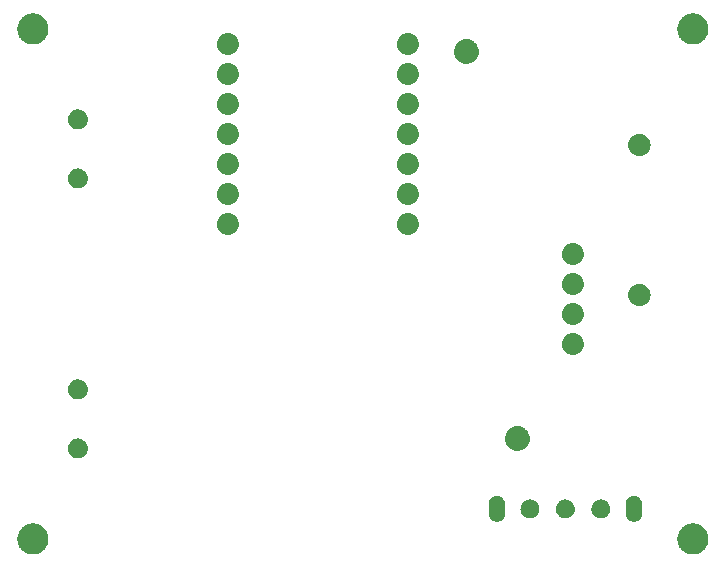
<source format=gbr>
%TF.GenerationSoftware,KiCad,Pcbnew,7.0.8*%
%TF.CreationDate,2023-11-01T11:01:00-04:00*%
%TF.ProjectId,destinationAutomation_v4.5,64657374-696e-4617-9469-6f6e4175746f,04.5*%
%TF.SameCoordinates,Original*%
%TF.FileFunction,Soldermask,Bot*%
%TF.FilePolarity,Negative*%
%FSLAX46Y46*%
G04 Gerber Fmt 4.6, Leading zero omitted, Abs format (unit mm)*
G04 Created by KiCad (PCBNEW 7.0.8) date 2023-11-01 11:01:00*
%MOMM*%
%LPD*%
G01*
G04 APERTURE LIST*
G04 APERTURE END LIST*
G36*
X86415492Y-128224855D02*
G01*
X86468978Y-128224855D01*
X86527924Y-128234691D01*
X86589216Y-128240054D01*
X86637355Y-128252952D01*
X86683954Y-128260729D01*
X86746462Y-128282188D01*
X86811467Y-128299606D01*
X86851286Y-128318174D01*
X86890095Y-128331497D01*
X86953857Y-128366003D01*
X87020000Y-128396846D01*
X87051136Y-128418648D01*
X87081783Y-128435233D01*
X87144168Y-128483789D01*
X87208480Y-128528821D01*
X87231146Y-128551487D01*
X87253775Y-128569100D01*
X87311903Y-128632244D01*
X87371179Y-128691520D01*
X87386141Y-128712888D01*
X87401392Y-128729455D01*
X87452271Y-128807332D01*
X87503154Y-128880000D01*
X87511647Y-128898213D01*
X87520596Y-128911911D01*
X87561217Y-129004518D01*
X87600394Y-129088533D01*
X87604042Y-129102148D01*
X87608150Y-129111513D01*
X87635660Y-129220151D01*
X87659946Y-129310784D01*
X87660649Y-129318830D01*
X87661653Y-129322791D01*
X87673404Y-129464609D01*
X87680000Y-129540000D01*
X87673403Y-129615396D01*
X87661653Y-129757208D01*
X87660650Y-129761168D01*
X87659946Y-129769216D01*
X87635656Y-129859866D01*
X87608150Y-129968486D01*
X87604042Y-129977849D01*
X87600394Y-129991467D01*
X87561210Y-130075496D01*
X87520596Y-130168088D01*
X87511648Y-130181782D01*
X87503154Y-130200000D01*
X87452261Y-130272681D01*
X87401392Y-130350544D01*
X87386143Y-130367107D01*
X87371179Y-130388480D01*
X87311892Y-130447766D01*
X87253775Y-130510899D01*
X87231151Y-130528507D01*
X87208480Y-130551179D01*
X87144155Y-130596219D01*
X87081783Y-130644766D01*
X87051142Y-130661347D01*
X87020000Y-130683154D01*
X86953844Y-130714002D01*
X86890095Y-130748502D01*
X86851294Y-130761822D01*
X86811467Y-130780394D01*
X86746449Y-130797815D01*
X86683954Y-130819270D01*
X86637362Y-130827045D01*
X86589216Y-130839946D01*
X86527920Y-130845308D01*
X86468978Y-130855145D01*
X86415492Y-130855145D01*
X86360000Y-130860000D01*
X86304508Y-130855145D01*
X86251022Y-130855145D01*
X86192078Y-130845308D01*
X86130784Y-130839946D01*
X86082638Y-130827045D01*
X86036045Y-130819270D01*
X85973546Y-130797814D01*
X85908533Y-130780394D01*
X85868707Y-130761823D01*
X85829904Y-130748502D01*
X85766148Y-130713999D01*
X85700000Y-130683154D01*
X85668860Y-130661349D01*
X85638216Y-130644766D01*
X85575834Y-130596212D01*
X85511520Y-130551179D01*
X85488852Y-130528511D01*
X85466224Y-130510899D01*
X85408095Y-130447754D01*
X85348821Y-130388480D01*
X85333859Y-130367112D01*
X85318607Y-130350544D01*
X85267723Y-130272660D01*
X85216846Y-130200000D01*
X85208353Y-130181788D01*
X85199403Y-130168088D01*
X85158772Y-130075460D01*
X85119606Y-129991467D01*
X85115958Y-129977855D01*
X85111849Y-129968486D01*
X85084325Y-129859798D01*
X85060054Y-129769216D01*
X85059350Y-129761174D01*
X85058346Y-129757208D01*
X85046577Y-129615180D01*
X85040000Y-129540000D01*
X85046576Y-129464825D01*
X85058346Y-129322791D01*
X85059350Y-129318823D01*
X85060054Y-129310784D01*
X85084320Y-129220219D01*
X85111849Y-129111513D01*
X85115959Y-129102142D01*
X85119606Y-129088533D01*
X85158765Y-129004555D01*
X85199403Y-128911911D01*
X85208355Y-128898208D01*
X85216846Y-128880000D01*
X85267713Y-128807353D01*
X85318607Y-128729455D01*
X85333862Y-128712883D01*
X85348821Y-128691520D01*
X85408083Y-128632257D01*
X85466224Y-128569100D01*
X85488857Y-128551483D01*
X85511520Y-128528821D01*
X85575821Y-128483796D01*
X85638216Y-128435233D01*
X85668866Y-128418645D01*
X85700000Y-128396846D01*
X85766135Y-128366006D01*
X85829904Y-128331497D01*
X85868715Y-128318172D01*
X85908533Y-128299606D01*
X85973533Y-128282189D01*
X86036045Y-128260729D01*
X86082646Y-128252952D01*
X86130784Y-128240054D01*
X86192075Y-128234691D01*
X86251022Y-128224855D01*
X86304508Y-128224855D01*
X86360000Y-128220000D01*
X86415492Y-128224855D01*
G37*
G36*
X142295492Y-128224855D02*
G01*
X142348978Y-128224855D01*
X142407924Y-128234691D01*
X142469216Y-128240054D01*
X142517355Y-128252952D01*
X142563954Y-128260729D01*
X142626462Y-128282188D01*
X142691467Y-128299606D01*
X142731286Y-128318174D01*
X142770095Y-128331497D01*
X142833857Y-128366003D01*
X142900000Y-128396846D01*
X142931136Y-128418648D01*
X142961783Y-128435233D01*
X143024168Y-128483789D01*
X143088480Y-128528821D01*
X143111146Y-128551487D01*
X143133775Y-128569100D01*
X143191903Y-128632244D01*
X143251179Y-128691520D01*
X143266141Y-128712888D01*
X143281392Y-128729455D01*
X143332271Y-128807332D01*
X143383154Y-128880000D01*
X143391647Y-128898213D01*
X143400596Y-128911911D01*
X143441217Y-129004518D01*
X143480394Y-129088533D01*
X143484042Y-129102148D01*
X143488150Y-129111513D01*
X143515660Y-129220151D01*
X143539946Y-129310784D01*
X143540649Y-129318830D01*
X143541653Y-129322791D01*
X143553404Y-129464609D01*
X143560000Y-129540000D01*
X143553403Y-129615396D01*
X143541653Y-129757208D01*
X143540650Y-129761168D01*
X143539946Y-129769216D01*
X143515656Y-129859866D01*
X143488150Y-129968486D01*
X143484042Y-129977849D01*
X143480394Y-129991467D01*
X143441210Y-130075496D01*
X143400596Y-130168088D01*
X143391648Y-130181782D01*
X143383154Y-130200000D01*
X143332261Y-130272681D01*
X143281392Y-130350544D01*
X143266143Y-130367107D01*
X143251179Y-130388480D01*
X143191892Y-130447766D01*
X143133775Y-130510899D01*
X143111151Y-130528507D01*
X143088480Y-130551179D01*
X143024155Y-130596219D01*
X142961783Y-130644766D01*
X142931142Y-130661347D01*
X142900000Y-130683154D01*
X142833844Y-130714002D01*
X142770095Y-130748502D01*
X142731294Y-130761822D01*
X142691467Y-130780394D01*
X142626449Y-130797815D01*
X142563954Y-130819270D01*
X142517362Y-130827045D01*
X142469216Y-130839946D01*
X142407920Y-130845308D01*
X142348978Y-130855145D01*
X142295492Y-130855145D01*
X142240000Y-130860000D01*
X142184508Y-130855145D01*
X142131022Y-130855145D01*
X142072078Y-130845308D01*
X142010784Y-130839946D01*
X141962638Y-130827045D01*
X141916045Y-130819270D01*
X141853546Y-130797814D01*
X141788533Y-130780394D01*
X141748707Y-130761823D01*
X141709904Y-130748502D01*
X141646148Y-130713999D01*
X141580000Y-130683154D01*
X141548860Y-130661349D01*
X141518216Y-130644766D01*
X141455834Y-130596212D01*
X141391520Y-130551179D01*
X141368852Y-130528511D01*
X141346224Y-130510899D01*
X141288095Y-130447754D01*
X141228821Y-130388480D01*
X141213859Y-130367112D01*
X141198607Y-130350544D01*
X141147723Y-130272660D01*
X141096846Y-130200000D01*
X141088353Y-130181788D01*
X141079403Y-130168088D01*
X141038772Y-130075460D01*
X140999606Y-129991467D01*
X140995958Y-129977855D01*
X140991849Y-129968486D01*
X140964325Y-129859798D01*
X140940054Y-129769216D01*
X140939350Y-129761174D01*
X140938346Y-129757208D01*
X140926577Y-129615180D01*
X140920000Y-129540000D01*
X140926576Y-129464825D01*
X140938346Y-129322791D01*
X140939350Y-129318823D01*
X140940054Y-129310784D01*
X140964320Y-129220219D01*
X140991849Y-129111513D01*
X140995959Y-129102142D01*
X140999606Y-129088533D01*
X141038765Y-129004555D01*
X141079403Y-128911911D01*
X141088355Y-128898208D01*
X141096846Y-128880000D01*
X141147713Y-128807353D01*
X141198607Y-128729455D01*
X141213862Y-128712883D01*
X141228821Y-128691520D01*
X141288083Y-128632257D01*
X141346224Y-128569100D01*
X141368857Y-128551483D01*
X141391520Y-128528821D01*
X141455821Y-128483796D01*
X141518216Y-128435233D01*
X141548866Y-128418645D01*
X141580000Y-128396846D01*
X141646135Y-128366006D01*
X141709904Y-128331497D01*
X141748715Y-128318172D01*
X141788533Y-128299606D01*
X141853533Y-128282189D01*
X141916045Y-128260729D01*
X141962646Y-128252952D01*
X142010784Y-128240054D01*
X142072075Y-128234691D01*
X142131022Y-128224855D01*
X142184508Y-128224855D01*
X142240000Y-128220000D01*
X142295492Y-128224855D01*
G37*
G36*
X125684599Y-125905104D02*
G01*
X125729376Y-125905104D01*
X125767083Y-125914398D01*
X125800620Y-125918177D01*
X125844005Y-125933357D01*
X125893223Y-125945489D01*
X125922323Y-125960761D01*
X125948442Y-125969901D01*
X125992579Y-125997634D01*
X126042645Y-126023911D01*
X126062766Y-126041736D01*
X126081043Y-126053221D01*
X126122307Y-126094485D01*
X126168958Y-126135814D01*
X126180817Y-126152995D01*
X126191778Y-126163956D01*
X126226246Y-126218812D01*
X126264819Y-126274694D01*
X126270084Y-126288578D01*
X126275098Y-126296557D01*
X126298797Y-126364288D01*
X126324659Y-126432479D01*
X126325722Y-126441236D01*
X126326822Y-126444379D01*
X126336075Y-126526497D01*
X126345000Y-126600000D01*
X126345000Y-127400000D01*
X126336073Y-127473515D01*
X126326822Y-127555620D01*
X126325722Y-127558762D01*
X126324659Y-127567521D01*
X126298793Y-127635723D01*
X126275098Y-127703442D01*
X126270085Y-127711418D01*
X126264819Y-127725306D01*
X126226239Y-127781197D01*
X126191778Y-127836043D01*
X126180819Y-127847001D01*
X126168958Y-127864186D01*
X126122298Y-127905522D01*
X126081043Y-127946778D01*
X126062770Y-127958259D01*
X126042645Y-127976089D01*
X125992569Y-128002370D01*
X125948442Y-128030098D01*
X125922329Y-128039235D01*
X125893223Y-128054511D01*
X125843995Y-128066644D01*
X125800620Y-128081822D01*
X125767091Y-128085599D01*
X125729376Y-128094896D01*
X125684591Y-128094896D01*
X125645000Y-128099357D01*
X125605409Y-128094896D01*
X125560624Y-128094896D01*
X125522909Y-128085600D01*
X125489379Y-128081822D01*
X125446001Y-128066643D01*
X125396777Y-128054511D01*
X125367672Y-128039236D01*
X125341557Y-128030098D01*
X125297424Y-128002367D01*
X125247355Y-127976089D01*
X125227232Y-127958261D01*
X125208956Y-127946778D01*
X125167692Y-127905514D01*
X125121042Y-127864186D01*
X125109182Y-127847004D01*
X125098221Y-127836043D01*
X125063748Y-127781181D01*
X125025181Y-127725306D01*
X125019915Y-127711422D01*
X125014901Y-127703442D01*
X124991193Y-127635688D01*
X124965341Y-127567521D01*
X124964278Y-127558766D01*
X124963177Y-127555620D01*
X124953919Y-127473459D01*
X124945000Y-127400000D01*
X124945000Y-126600000D01*
X124953918Y-126526553D01*
X124963177Y-126444379D01*
X124964278Y-126441231D01*
X124965341Y-126432479D01*
X124991189Y-126364322D01*
X125014901Y-126296557D01*
X125019916Y-126288574D01*
X125025181Y-126274694D01*
X125063741Y-126218828D01*
X125098221Y-126163956D01*
X125109184Y-126152992D01*
X125121042Y-126135814D01*
X125167684Y-126094492D01*
X125208956Y-126053221D01*
X125227236Y-126041734D01*
X125247355Y-126023911D01*
X125297414Y-125997637D01*
X125341557Y-125969901D01*
X125367678Y-125960760D01*
X125396777Y-125945489D01*
X125445991Y-125933358D01*
X125489379Y-125918177D01*
X125522917Y-125914398D01*
X125560624Y-125905104D01*
X125605400Y-125905104D01*
X125645000Y-125900642D01*
X125684599Y-125905104D01*
G37*
G36*
X137284599Y-125905104D02*
G01*
X137329376Y-125905104D01*
X137367083Y-125914398D01*
X137400620Y-125918177D01*
X137444005Y-125933357D01*
X137493223Y-125945489D01*
X137522323Y-125960761D01*
X137548442Y-125969901D01*
X137592579Y-125997634D01*
X137642645Y-126023911D01*
X137662766Y-126041736D01*
X137681043Y-126053221D01*
X137722307Y-126094485D01*
X137768958Y-126135814D01*
X137780817Y-126152995D01*
X137791778Y-126163956D01*
X137826246Y-126218812D01*
X137864819Y-126274694D01*
X137870084Y-126288578D01*
X137875098Y-126296557D01*
X137898797Y-126364288D01*
X137924659Y-126432479D01*
X137925722Y-126441236D01*
X137926822Y-126444379D01*
X137936075Y-126526497D01*
X137945000Y-126600000D01*
X137945000Y-127400000D01*
X137936073Y-127473515D01*
X137926822Y-127555620D01*
X137925722Y-127558762D01*
X137924659Y-127567521D01*
X137898793Y-127635723D01*
X137875098Y-127703442D01*
X137870085Y-127711418D01*
X137864819Y-127725306D01*
X137826239Y-127781197D01*
X137791778Y-127836043D01*
X137780819Y-127847001D01*
X137768958Y-127864186D01*
X137722298Y-127905522D01*
X137681043Y-127946778D01*
X137662770Y-127958259D01*
X137642645Y-127976089D01*
X137592569Y-128002370D01*
X137548442Y-128030098D01*
X137522329Y-128039235D01*
X137493223Y-128054511D01*
X137443995Y-128066644D01*
X137400620Y-128081822D01*
X137367091Y-128085599D01*
X137329376Y-128094896D01*
X137284591Y-128094896D01*
X137245000Y-128099357D01*
X137205409Y-128094896D01*
X137160624Y-128094896D01*
X137122909Y-128085600D01*
X137089379Y-128081822D01*
X137046001Y-128066643D01*
X136996777Y-128054511D01*
X136967672Y-128039236D01*
X136941557Y-128030098D01*
X136897424Y-128002367D01*
X136847355Y-127976089D01*
X136827232Y-127958261D01*
X136808956Y-127946778D01*
X136767692Y-127905514D01*
X136721042Y-127864186D01*
X136709182Y-127847004D01*
X136698221Y-127836043D01*
X136663748Y-127781181D01*
X136625181Y-127725306D01*
X136619915Y-127711422D01*
X136614901Y-127703442D01*
X136591193Y-127635688D01*
X136565341Y-127567521D01*
X136564278Y-127558766D01*
X136563177Y-127555620D01*
X136553919Y-127473459D01*
X136545000Y-127400000D01*
X136545000Y-126600000D01*
X136553918Y-126526553D01*
X136563177Y-126444379D01*
X136564278Y-126441231D01*
X136565341Y-126432479D01*
X136591189Y-126364322D01*
X136614901Y-126296557D01*
X136619916Y-126288574D01*
X136625181Y-126274694D01*
X136663741Y-126218828D01*
X136698221Y-126163956D01*
X136709184Y-126152992D01*
X136721042Y-126135814D01*
X136767684Y-126094492D01*
X136808956Y-126053221D01*
X136827236Y-126041734D01*
X136847355Y-126023911D01*
X136897414Y-125997637D01*
X136941557Y-125969901D01*
X136967678Y-125960760D01*
X136996777Y-125945489D01*
X137045991Y-125933358D01*
X137089379Y-125918177D01*
X137122917Y-125914398D01*
X137160624Y-125905104D01*
X137205400Y-125905104D01*
X137245000Y-125900642D01*
X137284599Y-125905104D01*
G37*
G36*
X128488834Y-126204939D02*
G01*
X128528563Y-126204939D01*
X128573381Y-126214465D01*
X128623017Y-126220058D01*
X128659108Y-126232686D01*
X128692042Y-126239687D01*
X128739508Y-126260819D01*
X128792107Y-126279225D01*
X128819482Y-126296426D01*
X128844719Y-126307662D01*
X128891774Y-126341850D01*
X128943792Y-126374535D01*
X128962474Y-126393217D01*
X128979929Y-126405899D01*
X129023083Y-126453826D01*
X129070465Y-126501208D01*
X129081362Y-126518550D01*
X129091763Y-126530102D01*
X129127342Y-126591727D01*
X129165775Y-126652893D01*
X129170574Y-126666608D01*
X129175325Y-126674837D01*
X129199653Y-126749712D01*
X129224942Y-126821983D01*
X129225900Y-126830493D01*
X129226971Y-126833787D01*
X129236669Y-126926068D01*
X129245000Y-127000000D01*
X129236669Y-127073937D01*
X129226971Y-127166212D01*
X129225901Y-127169504D01*
X129224942Y-127178017D01*
X129199649Y-127250300D01*
X129175325Y-127325162D01*
X129170575Y-127333389D01*
X129165775Y-127347107D01*
X129127334Y-127408283D01*
X129091763Y-127469897D01*
X129081364Y-127481445D01*
X129070465Y-127498792D01*
X129023074Y-127546182D01*
X128979929Y-127594100D01*
X128962477Y-127606779D01*
X128943792Y-127625465D01*
X128891764Y-127658156D01*
X128844719Y-127692337D01*
X128819488Y-127703570D01*
X128792107Y-127720775D01*
X128739497Y-127739183D01*
X128692042Y-127760312D01*
X128659113Y-127767311D01*
X128623017Y-127779942D01*
X128573378Y-127785534D01*
X128528563Y-127795061D01*
X128488834Y-127795061D01*
X128445000Y-127800000D01*
X128401166Y-127795061D01*
X128361437Y-127795061D01*
X128316620Y-127785534D01*
X128266983Y-127779942D01*
X128230887Y-127767311D01*
X128197957Y-127760312D01*
X128150497Y-127739182D01*
X128097893Y-127720775D01*
X128070514Y-127703571D01*
X128045280Y-127692337D01*
X127998228Y-127658151D01*
X127946208Y-127625465D01*
X127927524Y-127606781D01*
X127910070Y-127594100D01*
X127866915Y-127546172D01*
X127819535Y-127498792D01*
X127808637Y-127481449D01*
X127798236Y-127469897D01*
X127762652Y-127408264D01*
X127724225Y-127347107D01*
X127719426Y-127333393D01*
X127714674Y-127325162D01*
X127690336Y-127250260D01*
X127665058Y-127178017D01*
X127664099Y-127169509D01*
X127663028Y-127166212D01*
X127653316Y-127073805D01*
X127645000Y-127000000D01*
X127653315Y-126926200D01*
X127663028Y-126833787D01*
X127664099Y-126830488D01*
X127665058Y-126821983D01*
X127690332Y-126749752D01*
X127714674Y-126674837D01*
X127719427Y-126666603D01*
X127724225Y-126652893D01*
X127762645Y-126591746D01*
X127798236Y-126530102D01*
X127808639Y-126518547D01*
X127819535Y-126501208D01*
X127866907Y-126453835D01*
X127910072Y-126405897D01*
X127927529Y-126393213D01*
X127946208Y-126374535D01*
X127998224Y-126341850D01*
X128045279Y-126307664D01*
X128070512Y-126296429D01*
X128097893Y-126279225D01*
X128150492Y-126260819D01*
X128197957Y-126239687D01*
X128230893Y-126232686D01*
X128266983Y-126220058D01*
X128316617Y-126214465D01*
X128361437Y-126204939D01*
X128401166Y-126204939D01*
X128445000Y-126200000D01*
X128488834Y-126204939D01*
G37*
G36*
X131488834Y-126204939D02*
G01*
X131528563Y-126204939D01*
X131573381Y-126214465D01*
X131623017Y-126220058D01*
X131659108Y-126232686D01*
X131692042Y-126239687D01*
X131739508Y-126260819D01*
X131792107Y-126279225D01*
X131819482Y-126296426D01*
X131844719Y-126307662D01*
X131891774Y-126341850D01*
X131943792Y-126374535D01*
X131962474Y-126393217D01*
X131979929Y-126405899D01*
X132023083Y-126453826D01*
X132070465Y-126501208D01*
X132081362Y-126518550D01*
X132091763Y-126530102D01*
X132127342Y-126591727D01*
X132165775Y-126652893D01*
X132170574Y-126666608D01*
X132175325Y-126674837D01*
X132199653Y-126749712D01*
X132224942Y-126821983D01*
X132225900Y-126830493D01*
X132226971Y-126833787D01*
X132236669Y-126926068D01*
X132245000Y-127000000D01*
X132236669Y-127073937D01*
X132226971Y-127166212D01*
X132225901Y-127169504D01*
X132224942Y-127178017D01*
X132199649Y-127250300D01*
X132175325Y-127325162D01*
X132170575Y-127333389D01*
X132165775Y-127347107D01*
X132127334Y-127408283D01*
X132091763Y-127469897D01*
X132081364Y-127481445D01*
X132070465Y-127498792D01*
X132023074Y-127546182D01*
X131979929Y-127594100D01*
X131962477Y-127606779D01*
X131943792Y-127625465D01*
X131891764Y-127658156D01*
X131844719Y-127692337D01*
X131819488Y-127703570D01*
X131792107Y-127720775D01*
X131739497Y-127739183D01*
X131692042Y-127760312D01*
X131659113Y-127767311D01*
X131623017Y-127779942D01*
X131573378Y-127785534D01*
X131528563Y-127795061D01*
X131488834Y-127795061D01*
X131445000Y-127800000D01*
X131401166Y-127795061D01*
X131361437Y-127795061D01*
X131316620Y-127785534D01*
X131266983Y-127779942D01*
X131230887Y-127767311D01*
X131197957Y-127760312D01*
X131150497Y-127739182D01*
X131097893Y-127720775D01*
X131070514Y-127703571D01*
X131045280Y-127692337D01*
X130998228Y-127658151D01*
X130946208Y-127625465D01*
X130927524Y-127606781D01*
X130910070Y-127594100D01*
X130866915Y-127546172D01*
X130819535Y-127498792D01*
X130808637Y-127481449D01*
X130798236Y-127469897D01*
X130762652Y-127408264D01*
X130724225Y-127347107D01*
X130719426Y-127333393D01*
X130714674Y-127325162D01*
X130690336Y-127250260D01*
X130665058Y-127178017D01*
X130664099Y-127169509D01*
X130663028Y-127166212D01*
X130653316Y-127073805D01*
X130645000Y-127000000D01*
X130653315Y-126926200D01*
X130663028Y-126833787D01*
X130664099Y-126830488D01*
X130665058Y-126821983D01*
X130690332Y-126749752D01*
X130714674Y-126674837D01*
X130719427Y-126666603D01*
X130724225Y-126652893D01*
X130762645Y-126591746D01*
X130798236Y-126530102D01*
X130808639Y-126518547D01*
X130819535Y-126501208D01*
X130866907Y-126453835D01*
X130910072Y-126405897D01*
X130927529Y-126393213D01*
X130946208Y-126374535D01*
X130998224Y-126341850D01*
X131045279Y-126307664D01*
X131070512Y-126296429D01*
X131097893Y-126279225D01*
X131150492Y-126260819D01*
X131197957Y-126239687D01*
X131230893Y-126232686D01*
X131266983Y-126220058D01*
X131316617Y-126214465D01*
X131361437Y-126204939D01*
X131401166Y-126204939D01*
X131445000Y-126200000D01*
X131488834Y-126204939D01*
G37*
G36*
X134488834Y-126204939D02*
G01*
X134528563Y-126204939D01*
X134573381Y-126214465D01*
X134623017Y-126220058D01*
X134659108Y-126232686D01*
X134692042Y-126239687D01*
X134739508Y-126260819D01*
X134792107Y-126279225D01*
X134819482Y-126296426D01*
X134844719Y-126307662D01*
X134891774Y-126341850D01*
X134943792Y-126374535D01*
X134962474Y-126393217D01*
X134979929Y-126405899D01*
X135023083Y-126453826D01*
X135070465Y-126501208D01*
X135081362Y-126518550D01*
X135091763Y-126530102D01*
X135127342Y-126591727D01*
X135165775Y-126652893D01*
X135170574Y-126666608D01*
X135175325Y-126674837D01*
X135199653Y-126749712D01*
X135224942Y-126821983D01*
X135225900Y-126830493D01*
X135226971Y-126833787D01*
X135236669Y-126926068D01*
X135245000Y-127000000D01*
X135236669Y-127073937D01*
X135226971Y-127166212D01*
X135225901Y-127169504D01*
X135224942Y-127178017D01*
X135199649Y-127250300D01*
X135175325Y-127325162D01*
X135170575Y-127333389D01*
X135165775Y-127347107D01*
X135127334Y-127408283D01*
X135091763Y-127469897D01*
X135081364Y-127481445D01*
X135070465Y-127498792D01*
X135023074Y-127546182D01*
X134979929Y-127594100D01*
X134962477Y-127606779D01*
X134943792Y-127625465D01*
X134891764Y-127658156D01*
X134844719Y-127692337D01*
X134819488Y-127703570D01*
X134792107Y-127720775D01*
X134739497Y-127739183D01*
X134692042Y-127760312D01*
X134659113Y-127767311D01*
X134623017Y-127779942D01*
X134573378Y-127785534D01*
X134528563Y-127795061D01*
X134488834Y-127795061D01*
X134445000Y-127800000D01*
X134401166Y-127795061D01*
X134361437Y-127795061D01*
X134316620Y-127785534D01*
X134266983Y-127779942D01*
X134230887Y-127767311D01*
X134197957Y-127760312D01*
X134150497Y-127739182D01*
X134097893Y-127720775D01*
X134070514Y-127703571D01*
X134045280Y-127692337D01*
X133998228Y-127658151D01*
X133946208Y-127625465D01*
X133927524Y-127606781D01*
X133910070Y-127594100D01*
X133866915Y-127546172D01*
X133819535Y-127498792D01*
X133808637Y-127481449D01*
X133798236Y-127469897D01*
X133762652Y-127408264D01*
X133724225Y-127347107D01*
X133719426Y-127333393D01*
X133714674Y-127325162D01*
X133690336Y-127250260D01*
X133665058Y-127178017D01*
X133664099Y-127169509D01*
X133663028Y-127166212D01*
X133653316Y-127073805D01*
X133645000Y-127000000D01*
X133653315Y-126926200D01*
X133663028Y-126833787D01*
X133664099Y-126830488D01*
X133665058Y-126821983D01*
X133690332Y-126749752D01*
X133714674Y-126674837D01*
X133719427Y-126666603D01*
X133724225Y-126652893D01*
X133762645Y-126591746D01*
X133798236Y-126530102D01*
X133808639Y-126518547D01*
X133819535Y-126501208D01*
X133866907Y-126453835D01*
X133910072Y-126405897D01*
X133927529Y-126393213D01*
X133946208Y-126374535D01*
X133998224Y-126341850D01*
X134045279Y-126307664D01*
X134070512Y-126296429D01*
X134097893Y-126279225D01*
X134150492Y-126260819D01*
X134197957Y-126239687D01*
X134230893Y-126232686D01*
X134266983Y-126220058D01*
X134316617Y-126214465D01*
X134361437Y-126204939D01*
X134401166Y-126204939D01*
X134445000Y-126200000D01*
X134488834Y-126204939D01*
G37*
G36*
X90212286Y-121034656D02*
G01*
X90258849Y-121034656D01*
X90299056Y-121043202D01*
X90335734Y-121046815D01*
X90381815Y-121060793D01*
X90432664Y-121071602D01*
X90465201Y-121086088D01*
X90495093Y-121095156D01*
X90542592Y-121120545D01*
X90595000Y-121143878D01*
X90619365Y-121161580D01*
X90641959Y-121173657D01*
X90688046Y-121211480D01*
X90738761Y-121248327D01*
X90755228Y-121266616D01*
X90770692Y-121279307D01*
X90812254Y-121329950D01*
X90857664Y-121380383D01*
X90867201Y-121396902D01*
X90876342Y-121408040D01*
X90910147Y-121471286D01*
X90946514Y-121534274D01*
X90950697Y-121547151D01*
X90954843Y-121554906D01*
X90977702Y-121630262D01*
X91001425Y-121703275D01*
X91002259Y-121711218D01*
X91003184Y-121714265D01*
X91012179Y-121805592D01*
X91020000Y-121880000D01*
X91012178Y-121954414D01*
X91003184Y-122045734D01*
X91002260Y-122048779D01*
X91001425Y-122056725D01*
X90977697Y-122129751D01*
X90954843Y-122205093D01*
X90950698Y-122212846D01*
X90946514Y-122225726D01*
X90910140Y-122288726D01*
X90876342Y-122351959D01*
X90867203Y-122363093D01*
X90857664Y-122379617D01*
X90812245Y-122430059D01*
X90770692Y-122480692D01*
X90755232Y-122493379D01*
X90738761Y-122511673D01*
X90688035Y-122548527D01*
X90641959Y-122586342D01*
X90619370Y-122598415D01*
X90595000Y-122616122D01*
X90542581Y-122639459D01*
X90495093Y-122664843D01*
X90465208Y-122673908D01*
X90432664Y-122688398D01*
X90381804Y-122699208D01*
X90335734Y-122713184D01*
X90299064Y-122716795D01*
X90258849Y-122725344D01*
X90212276Y-122725344D01*
X90170000Y-122729508D01*
X90127724Y-122725344D01*
X90081151Y-122725344D01*
X90040935Y-122716795D01*
X90004265Y-122713184D01*
X89958192Y-122699207D01*
X89907336Y-122688398D01*
X89874793Y-122673909D01*
X89844906Y-122664843D01*
X89797412Y-122639457D01*
X89745000Y-122616122D01*
X89720632Y-122598417D01*
X89698040Y-122586342D01*
X89651955Y-122548520D01*
X89601239Y-122511673D01*
X89584770Y-122493382D01*
X89569307Y-122480692D01*
X89527743Y-122430047D01*
X89482336Y-122379617D01*
X89472798Y-122363097D01*
X89463657Y-122351959D01*
X89429846Y-122288702D01*
X89393486Y-122225726D01*
X89389302Y-122212851D01*
X89385156Y-122205093D01*
X89362287Y-122129704D01*
X89338575Y-122056725D01*
X89337740Y-122048784D01*
X89336815Y-122045734D01*
X89327805Y-121954263D01*
X89320000Y-121880000D01*
X89327804Y-121805743D01*
X89336815Y-121714265D01*
X89337740Y-121711213D01*
X89338575Y-121703275D01*
X89362282Y-121630309D01*
X89385156Y-121554906D01*
X89389303Y-121547146D01*
X89393486Y-121534274D01*
X89429838Y-121471309D01*
X89463657Y-121408040D01*
X89472800Y-121396898D01*
X89482336Y-121380383D01*
X89527734Y-121329963D01*
X89569307Y-121279307D01*
X89584773Y-121266613D01*
X89601239Y-121248327D01*
X89651944Y-121211486D01*
X89698040Y-121173657D01*
X89720637Y-121161578D01*
X89745000Y-121143878D01*
X89797401Y-121120547D01*
X89844906Y-121095156D01*
X89874800Y-121086087D01*
X89907336Y-121071602D01*
X89958181Y-121060794D01*
X90004265Y-121046815D01*
X90040944Y-121043202D01*
X90081151Y-121034656D01*
X90127713Y-121034656D01*
X90170000Y-121030491D01*
X90212286Y-121034656D01*
G37*
G36*
X127430884Y-119985913D02*
G01*
X127477842Y-119985913D01*
X127530134Y-119995688D01*
X127585845Y-120001175D01*
X127628169Y-120014013D01*
X127668227Y-120021502D01*
X127723706Y-120042994D01*
X127782818Y-120060926D01*
X127816591Y-120078978D01*
X127848831Y-120091468D01*
X127904853Y-120126155D01*
X127964349Y-120157957D01*
X127989345Y-120178471D01*
X128013500Y-120193427D01*
X128067024Y-120242220D01*
X128123462Y-120288538D01*
X128140185Y-120308915D01*
X128156638Y-120323914D01*
X128204401Y-120387162D01*
X128254043Y-120447651D01*
X128263642Y-120465610D01*
X128273356Y-120478473D01*
X128311996Y-120556074D01*
X128351074Y-120629182D01*
X128355242Y-120642922D01*
X128359689Y-120651853D01*
X128385959Y-120744183D01*
X128410825Y-120826155D01*
X128411641Y-120834448D01*
X128412693Y-120838143D01*
X128423627Y-120956144D01*
X128431000Y-121031000D01*
X128423626Y-121105861D01*
X128412693Y-121223856D01*
X128411641Y-121227550D01*
X128410825Y-121235845D01*
X128385954Y-121317831D01*
X128359689Y-121410146D01*
X128355242Y-121419074D01*
X128351074Y-121432818D01*
X128311989Y-121505939D01*
X128273356Y-121583526D01*
X128263644Y-121596386D01*
X128254043Y-121614349D01*
X128204391Y-121674849D01*
X128156638Y-121738085D01*
X128140188Y-121753080D01*
X128123462Y-121773462D01*
X128067013Y-121819788D01*
X128013500Y-121868572D01*
X127989350Y-121883524D01*
X127964349Y-121904043D01*
X127904841Y-121935850D01*
X127848831Y-121970531D01*
X127816598Y-121983017D01*
X127782818Y-122001074D01*
X127723694Y-122019008D01*
X127668227Y-122040497D01*
X127628176Y-122047983D01*
X127585845Y-122060825D01*
X127530131Y-122066312D01*
X127477842Y-122076087D01*
X127430884Y-122076087D01*
X127381000Y-122081000D01*
X127331116Y-122076087D01*
X127284158Y-122076087D01*
X127231868Y-122066312D01*
X127176155Y-122060825D01*
X127133824Y-122047984D01*
X127093772Y-122040497D01*
X127038300Y-122019007D01*
X126979182Y-122001074D01*
X126945404Y-121983019D01*
X126913168Y-121970531D01*
X126857150Y-121935846D01*
X126797651Y-121904043D01*
X126772652Y-121883527D01*
X126748499Y-121868572D01*
X126694976Y-121819780D01*
X126638538Y-121773462D01*
X126621814Y-121753083D01*
X126605361Y-121738085D01*
X126557595Y-121674833D01*
X126507957Y-121614349D01*
X126498358Y-121596390D01*
X126488643Y-121583526D01*
X126449995Y-121505911D01*
X126410926Y-121432818D01*
X126406758Y-121419080D01*
X126402310Y-121410146D01*
X126376029Y-121317778D01*
X126351175Y-121235845D01*
X126350358Y-121227555D01*
X126349306Y-121223856D01*
X126338356Y-121105689D01*
X126331000Y-121031000D01*
X126338355Y-120956316D01*
X126349306Y-120838143D01*
X126350358Y-120834443D01*
X126351175Y-120826155D01*
X126376024Y-120744236D01*
X126402310Y-120651853D01*
X126406759Y-120642917D01*
X126410926Y-120629182D01*
X126449988Y-120556101D01*
X126488643Y-120478473D01*
X126498359Y-120465605D01*
X126507957Y-120447651D01*
X126557586Y-120387177D01*
X126605361Y-120323914D01*
X126621817Y-120308912D01*
X126638538Y-120288538D01*
X126694965Y-120242228D01*
X126748499Y-120193427D01*
X126772657Y-120178468D01*
X126797651Y-120157957D01*
X126857138Y-120126159D01*
X126913168Y-120091468D01*
X126945411Y-120078976D01*
X126979182Y-120060926D01*
X127038288Y-120042996D01*
X127093772Y-120021502D01*
X127133831Y-120014013D01*
X127176155Y-120001175D01*
X127231864Y-119995688D01*
X127284158Y-119985913D01*
X127331116Y-119985913D01*
X127381000Y-119981000D01*
X127430884Y-119985913D01*
G37*
G36*
X90212286Y-116034656D02*
G01*
X90258849Y-116034656D01*
X90299056Y-116043202D01*
X90335734Y-116046815D01*
X90381815Y-116060793D01*
X90432664Y-116071602D01*
X90465201Y-116086088D01*
X90495093Y-116095156D01*
X90542592Y-116120545D01*
X90595000Y-116143878D01*
X90619365Y-116161580D01*
X90641959Y-116173657D01*
X90688046Y-116211480D01*
X90738761Y-116248327D01*
X90755228Y-116266616D01*
X90770692Y-116279307D01*
X90812254Y-116329950D01*
X90857664Y-116380383D01*
X90867201Y-116396902D01*
X90876342Y-116408040D01*
X90910147Y-116471286D01*
X90946514Y-116534274D01*
X90950697Y-116547151D01*
X90954843Y-116554906D01*
X90977702Y-116630262D01*
X91001425Y-116703275D01*
X91002259Y-116711218D01*
X91003184Y-116714265D01*
X91012179Y-116805592D01*
X91020000Y-116880000D01*
X91012178Y-116954414D01*
X91003184Y-117045734D01*
X91002260Y-117048779D01*
X91001425Y-117056725D01*
X90977697Y-117129751D01*
X90954843Y-117205093D01*
X90950698Y-117212846D01*
X90946514Y-117225726D01*
X90910140Y-117288726D01*
X90876342Y-117351959D01*
X90867203Y-117363093D01*
X90857664Y-117379617D01*
X90812245Y-117430059D01*
X90770692Y-117480692D01*
X90755232Y-117493379D01*
X90738761Y-117511673D01*
X90688035Y-117548527D01*
X90641959Y-117586342D01*
X90619370Y-117598415D01*
X90595000Y-117616122D01*
X90542581Y-117639459D01*
X90495093Y-117664843D01*
X90465208Y-117673908D01*
X90432664Y-117688398D01*
X90381804Y-117699208D01*
X90335734Y-117713184D01*
X90299064Y-117716795D01*
X90258849Y-117725344D01*
X90212276Y-117725344D01*
X90170000Y-117729508D01*
X90127724Y-117725344D01*
X90081151Y-117725344D01*
X90040935Y-117716795D01*
X90004265Y-117713184D01*
X89958192Y-117699207D01*
X89907336Y-117688398D01*
X89874793Y-117673909D01*
X89844906Y-117664843D01*
X89797412Y-117639457D01*
X89745000Y-117616122D01*
X89720632Y-117598417D01*
X89698040Y-117586342D01*
X89651955Y-117548520D01*
X89601239Y-117511673D01*
X89584770Y-117493382D01*
X89569307Y-117480692D01*
X89527743Y-117430047D01*
X89482336Y-117379617D01*
X89472798Y-117363097D01*
X89463657Y-117351959D01*
X89429846Y-117288702D01*
X89393486Y-117225726D01*
X89389302Y-117212851D01*
X89385156Y-117205093D01*
X89362287Y-117129704D01*
X89338575Y-117056725D01*
X89337740Y-117048784D01*
X89336815Y-117045734D01*
X89327805Y-116954263D01*
X89320000Y-116880000D01*
X89327804Y-116805743D01*
X89336815Y-116714265D01*
X89337740Y-116711213D01*
X89338575Y-116703275D01*
X89362282Y-116630309D01*
X89385156Y-116554906D01*
X89389303Y-116547146D01*
X89393486Y-116534274D01*
X89429838Y-116471309D01*
X89463657Y-116408040D01*
X89472800Y-116396898D01*
X89482336Y-116380383D01*
X89527734Y-116329963D01*
X89569307Y-116279307D01*
X89584773Y-116266613D01*
X89601239Y-116248327D01*
X89651944Y-116211486D01*
X89698040Y-116173657D01*
X89720637Y-116161578D01*
X89745000Y-116143878D01*
X89797401Y-116120547D01*
X89844906Y-116095156D01*
X89874800Y-116086087D01*
X89907336Y-116071602D01*
X89958181Y-116060794D01*
X90004265Y-116046815D01*
X90040944Y-116043202D01*
X90081151Y-116034656D01*
X90127713Y-116034656D01*
X90170000Y-116030491D01*
X90212286Y-116034656D01*
G37*
G36*
X132126459Y-112110067D02*
G01*
X132176689Y-112110067D01*
X132220062Y-112119286D01*
X132260364Y-112123256D01*
X132310996Y-112138615D01*
X132365841Y-112150273D01*
X132400935Y-112165898D01*
X132433795Y-112175866D01*
X132486018Y-112203779D01*
X132542500Y-112228927D01*
X132568757Y-112248004D01*
X132593627Y-112261297D01*
X132644350Y-112302925D01*
X132698946Y-112342591D01*
X132716675Y-112362281D01*
X132733725Y-112376274D01*
X132779548Y-112432109D01*
X132828341Y-112486299D01*
X132838589Y-112504050D01*
X132848702Y-112516372D01*
X132886105Y-112586350D01*
X132925030Y-112653769D01*
X132929508Y-112667551D01*
X132934133Y-112676204D01*
X132959634Y-112760269D01*
X132984787Y-112837682D01*
X132985672Y-112846105D01*
X132986743Y-112849635D01*
X132997173Y-112955536D01*
X133005000Y-113030000D01*
X132997173Y-113104469D01*
X132986743Y-113210364D01*
X132985672Y-113213892D01*
X132984787Y-113222318D01*
X132959629Y-113299744D01*
X132934133Y-113383795D01*
X132929509Y-113392445D01*
X132925030Y-113406231D01*
X132886098Y-113473661D01*
X132848702Y-113543627D01*
X132838591Y-113555946D01*
X132828341Y-113573701D01*
X132779539Y-113627901D01*
X132733725Y-113683725D01*
X132716678Y-113697714D01*
X132698946Y-113717409D01*
X132644340Y-113757082D01*
X132593627Y-113798702D01*
X132568762Y-113811991D01*
X132542500Y-113831073D01*
X132486007Y-113856225D01*
X132433795Y-113884133D01*
X132400942Y-113894098D01*
X132365841Y-113909727D01*
X132310985Y-113921387D01*
X132260364Y-113936743D01*
X132220071Y-113940711D01*
X132176689Y-113949933D01*
X132126449Y-113949933D01*
X132080000Y-113954508D01*
X132033551Y-113949933D01*
X131983311Y-113949933D01*
X131939928Y-113940711D01*
X131899635Y-113936743D01*
X131849011Y-113921386D01*
X131794159Y-113909727D01*
X131759059Y-113894099D01*
X131726204Y-113884133D01*
X131673986Y-113856222D01*
X131617500Y-113831073D01*
X131591239Y-113811993D01*
X131566372Y-113798702D01*
X131515651Y-113757075D01*
X131461054Y-113717409D01*
X131443323Y-113697717D01*
X131426274Y-113683725D01*
X131380449Y-113627888D01*
X131331659Y-113573701D01*
X131321410Y-113555950D01*
X131311297Y-113543627D01*
X131273887Y-113473638D01*
X131234970Y-113406231D01*
X131230492Y-113392450D01*
X131225866Y-113383795D01*
X131200355Y-113299698D01*
X131175213Y-113222318D01*
X131174328Y-113213898D01*
X131173256Y-113210364D01*
X131162811Y-113104318D01*
X131155000Y-113030000D01*
X131162810Y-112955687D01*
X131173256Y-112849635D01*
X131174328Y-112846100D01*
X131175213Y-112837682D01*
X131200350Y-112760315D01*
X131225866Y-112676204D01*
X131230493Y-112667546D01*
X131234970Y-112653769D01*
X131273880Y-112586373D01*
X131311297Y-112516372D01*
X131321412Y-112504046D01*
X131331659Y-112486299D01*
X131380440Y-112432121D01*
X131426274Y-112376274D01*
X131443327Y-112362278D01*
X131461054Y-112342591D01*
X131515640Y-112302931D01*
X131566372Y-112261297D01*
X131591245Y-112248002D01*
X131617500Y-112228927D01*
X131673975Y-112203782D01*
X131726204Y-112175866D01*
X131759066Y-112165897D01*
X131794159Y-112150273D01*
X131849000Y-112138616D01*
X131899635Y-112123256D01*
X131939937Y-112119286D01*
X131983311Y-112110067D01*
X132033541Y-112110067D01*
X132080000Y-112105491D01*
X132126459Y-112110067D01*
G37*
G36*
X132126459Y-109570067D02*
G01*
X132176689Y-109570067D01*
X132220062Y-109579286D01*
X132260364Y-109583256D01*
X132310996Y-109598615D01*
X132365841Y-109610273D01*
X132400935Y-109625898D01*
X132433795Y-109635866D01*
X132486018Y-109663779D01*
X132542500Y-109688927D01*
X132568757Y-109708004D01*
X132593627Y-109721297D01*
X132644350Y-109762925D01*
X132698946Y-109802591D01*
X132716675Y-109822281D01*
X132733725Y-109836274D01*
X132779548Y-109892109D01*
X132828341Y-109946299D01*
X132838589Y-109964050D01*
X132848702Y-109976372D01*
X132886105Y-110046350D01*
X132925030Y-110113769D01*
X132929508Y-110127551D01*
X132934133Y-110136204D01*
X132959634Y-110220269D01*
X132984787Y-110297682D01*
X132985672Y-110306105D01*
X132986743Y-110309635D01*
X132997173Y-110415536D01*
X133005000Y-110490000D01*
X132997173Y-110564469D01*
X132986743Y-110670364D01*
X132985672Y-110673892D01*
X132984787Y-110682318D01*
X132959629Y-110759744D01*
X132934133Y-110843795D01*
X132929509Y-110852445D01*
X132925030Y-110866231D01*
X132886098Y-110933661D01*
X132848702Y-111003627D01*
X132838591Y-111015946D01*
X132828341Y-111033701D01*
X132779539Y-111087901D01*
X132733725Y-111143725D01*
X132716678Y-111157714D01*
X132698946Y-111177409D01*
X132644340Y-111217082D01*
X132593627Y-111258702D01*
X132568762Y-111271991D01*
X132542500Y-111291073D01*
X132486007Y-111316225D01*
X132433795Y-111344133D01*
X132400942Y-111354098D01*
X132365841Y-111369727D01*
X132310985Y-111381387D01*
X132260364Y-111396743D01*
X132220071Y-111400711D01*
X132176689Y-111409933D01*
X132126449Y-111409933D01*
X132080000Y-111414508D01*
X132033551Y-111409933D01*
X131983311Y-111409933D01*
X131939928Y-111400711D01*
X131899635Y-111396743D01*
X131849011Y-111381386D01*
X131794159Y-111369727D01*
X131759059Y-111354099D01*
X131726204Y-111344133D01*
X131673986Y-111316222D01*
X131617500Y-111291073D01*
X131591239Y-111271993D01*
X131566372Y-111258702D01*
X131515651Y-111217075D01*
X131461054Y-111177409D01*
X131443323Y-111157717D01*
X131426274Y-111143725D01*
X131380449Y-111087888D01*
X131331659Y-111033701D01*
X131321410Y-111015950D01*
X131311297Y-111003627D01*
X131273887Y-110933638D01*
X131234970Y-110866231D01*
X131230492Y-110852450D01*
X131225866Y-110843795D01*
X131200355Y-110759698D01*
X131175213Y-110682318D01*
X131174328Y-110673898D01*
X131173256Y-110670364D01*
X131162811Y-110564318D01*
X131155000Y-110490000D01*
X131162810Y-110415687D01*
X131173256Y-110309635D01*
X131174328Y-110306100D01*
X131175213Y-110297682D01*
X131200350Y-110220315D01*
X131225866Y-110136204D01*
X131230493Y-110127546D01*
X131234970Y-110113769D01*
X131273880Y-110046373D01*
X131311297Y-109976372D01*
X131321412Y-109964046D01*
X131331659Y-109946299D01*
X131380440Y-109892121D01*
X131426274Y-109836274D01*
X131443327Y-109822278D01*
X131461054Y-109802591D01*
X131515640Y-109762931D01*
X131566372Y-109721297D01*
X131591245Y-109708002D01*
X131617500Y-109688927D01*
X131673975Y-109663782D01*
X131726204Y-109635866D01*
X131759066Y-109625897D01*
X131794159Y-109610273D01*
X131849000Y-109598616D01*
X131899635Y-109583256D01*
X131939937Y-109579286D01*
X131983311Y-109570067D01*
X132033541Y-109570067D01*
X132080000Y-109565491D01*
X132126459Y-109570067D01*
G37*
G36*
X137894336Y-107968254D02*
G01*
X138072549Y-108022314D01*
X138236792Y-108110104D01*
X138380751Y-108228249D01*
X138498896Y-108372208D01*
X138586686Y-108536451D01*
X138640746Y-108714664D01*
X138659000Y-108900000D01*
X138640746Y-109085336D01*
X138586686Y-109263549D01*
X138498896Y-109427792D01*
X138380751Y-109571751D01*
X138236792Y-109689896D01*
X138072549Y-109777686D01*
X137894336Y-109831746D01*
X137709000Y-109850000D01*
X137523664Y-109831746D01*
X137345451Y-109777686D01*
X137181208Y-109689896D01*
X137037249Y-109571751D01*
X136919104Y-109427792D01*
X136831314Y-109263549D01*
X136777254Y-109085336D01*
X136759000Y-108900000D01*
X136777254Y-108714664D01*
X136831314Y-108536451D01*
X136919104Y-108372208D01*
X137037249Y-108228249D01*
X137181208Y-108110104D01*
X137345451Y-108022314D01*
X137523664Y-107968254D01*
X137709000Y-107950000D01*
X137894336Y-107968254D01*
G37*
G36*
X132126459Y-107030067D02*
G01*
X132176689Y-107030067D01*
X132220062Y-107039286D01*
X132260364Y-107043256D01*
X132310996Y-107058615D01*
X132365841Y-107070273D01*
X132400935Y-107085898D01*
X132433795Y-107095866D01*
X132486018Y-107123779D01*
X132542500Y-107148927D01*
X132568757Y-107168004D01*
X132593627Y-107181297D01*
X132644350Y-107222925D01*
X132698946Y-107262591D01*
X132716675Y-107282281D01*
X132733725Y-107296274D01*
X132779548Y-107352109D01*
X132828341Y-107406299D01*
X132838589Y-107424050D01*
X132848702Y-107436372D01*
X132886105Y-107506350D01*
X132925030Y-107573769D01*
X132929508Y-107587551D01*
X132934133Y-107596204D01*
X132959634Y-107680269D01*
X132984787Y-107757682D01*
X132985672Y-107766105D01*
X132986743Y-107769635D01*
X132997173Y-107875536D01*
X133005000Y-107950000D01*
X132997173Y-108024469D01*
X132986743Y-108130364D01*
X132985672Y-108133892D01*
X132984787Y-108142318D01*
X132959629Y-108219744D01*
X132934133Y-108303795D01*
X132929509Y-108312445D01*
X132925030Y-108326231D01*
X132886098Y-108393661D01*
X132848702Y-108463627D01*
X132838591Y-108475946D01*
X132828341Y-108493701D01*
X132779539Y-108547901D01*
X132733725Y-108603725D01*
X132716678Y-108617714D01*
X132698946Y-108637409D01*
X132644340Y-108677082D01*
X132593627Y-108718702D01*
X132568762Y-108731991D01*
X132542500Y-108751073D01*
X132486007Y-108776225D01*
X132433795Y-108804133D01*
X132400942Y-108814098D01*
X132365841Y-108829727D01*
X132310985Y-108841387D01*
X132260364Y-108856743D01*
X132220071Y-108860711D01*
X132176689Y-108869933D01*
X132126449Y-108869933D01*
X132080000Y-108874508D01*
X132033551Y-108869933D01*
X131983311Y-108869933D01*
X131939928Y-108860711D01*
X131899635Y-108856743D01*
X131849011Y-108841386D01*
X131794159Y-108829727D01*
X131759059Y-108814099D01*
X131726204Y-108804133D01*
X131673986Y-108776222D01*
X131617500Y-108751073D01*
X131591239Y-108731993D01*
X131566372Y-108718702D01*
X131515651Y-108677075D01*
X131461054Y-108637409D01*
X131443323Y-108617717D01*
X131426274Y-108603725D01*
X131380449Y-108547888D01*
X131331659Y-108493701D01*
X131321410Y-108475950D01*
X131311297Y-108463627D01*
X131273887Y-108393638D01*
X131234970Y-108326231D01*
X131230492Y-108312450D01*
X131225866Y-108303795D01*
X131200355Y-108219698D01*
X131175213Y-108142318D01*
X131174328Y-108133898D01*
X131173256Y-108130364D01*
X131162811Y-108024318D01*
X131155000Y-107950000D01*
X131162810Y-107875687D01*
X131173256Y-107769635D01*
X131174328Y-107766100D01*
X131175213Y-107757682D01*
X131200350Y-107680315D01*
X131225866Y-107596204D01*
X131230493Y-107587546D01*
X131234970Y-107573769D01*
X131273880Y-107506373D01*
X131311297Y-107436372D01*
X131321412Y-107424046D01*
X131331659Y-107406299D01*
X131380440Y-107352121D01*
X131426274Y-107296274D01*
X131443327Y-107282278D01*
X131461054Y-107262591D01*
X131515640Y-107222931D01*
X131566372Y-107181297D01*
X131591245Y-107168002D01*
X131617500Y-107148927D01*
X131673975Y-107123782D01*
X131726204Y-107095866D01*
X131759066Y-107085897D01*
X131794159Y-107070273D01*
X131849000Y-107058616D01*
X131899635Y-107043256D01*
X131939937Y-107039286D01*
X131983311Y-107030067D01*
X132033541Y-107030067D01*
X132080000Y-107025491D01*
X132126459Y-107030067D01*
G37*
G36*
X132126459Y-104490067D02*
G01*
X132176689Y-104490067D01*
X132220062Y-104499286D01*
X132260364Y-104503256D01*
X132310996Y-104518615D01*
X132365841Y-104530273D01*
X132400935Y-104545898D01*
X132433795Y-104555866D01*
X132486018Y-104583779D01*
X132542500Y-104608927D01*
X132568757Y-104628004D01*
X132593627Y-104641297D01*
X132644350Y-104682925D01*
X132698946Y-104722591D01*
X132716675Y-104742281D01*
X132733725Y-104756274D01*
X132779548Y-104812109D01*
X132828341Y-104866299D01*
X132838589Y-104884050D01*
X132848702Y-104896372D01*
X132886105Y-104966350D01*
X132925030Y-105033769D01*
X132929508Y-105047551D01*
X132934133Y-105056204D01*
X132959634Y-105140269D01*
X132984787Y-105217682D01*
X132985672Y-105226105D01*
X132986743Y-105229635D01*
X132997173Y-105335536D01*
X133005000Y-105410000D01*
X132997173Y-105484469D01*
X132986743Y-105590364D01*
X132985672Y-105593892D01*
X132984787Y-105602318D01*
X132959629Y-105679744D01*
X132934133Y-105763795D01*
X132929509Y-105772445D01*
X132925030Y-105786231D01*
X132886098Y-105853661D01*
X132848702Y-105923627D01*
X132838591Y-105935946D01*
X132828341Y-105953701D01*
X132779539Y-106007901D01*
X132733725Y-106063725D01*
X132716678Y-106077714D01*
X132698946Y-106097409D01*
X132644340Y-106137082D01*
X132593627Y-106178702D01*
X132568762Y-106191991D01*
X132542500Y-106211073D01*
X132486007Y-106236225D01*
X132433795Y-106264133D01*
X132400942Y-106274098D01*
X132365841Y-106289727D01*
X132310985Y-106301387D01*
X132260364Y-106316743D01*
X132220071Y-106320711D01*
X132176689Y-106329933D01*
X132126449Y-106329933D01*
X132080000Y-106334508D01*
X132033551Y-106329933D01*
X131983311Y-106329933D01*
X131939928Y-106320711D01*
X131899635Y-106316743D01*
X131849011Y-106301386D01*
X131794159Y-106289727D01*
X131759059Y-106274099D01*
X131726204Y-106264133D01*
X131673986Y-106236222D01*
X131617500Y-106211073D01*
X131591239Y-106191993D01*
X131566372Y-106178702D01*
X131515651Y-106137075D01*
X131461054Y-106097409D01*
X131443323Y-106077717D01*
X131426274Y-106063725D01*
X131380449Y-106007888D01*
X131331659Y-105953701D01*
X131321410Y-105935950D01*
X131311297Y-105923627D01*
X131273887Y-105853638D01*
X131234970Y-105786231D01*
X131230492Y-105772450D01*
X131225866Y-105763795D01*
X131200355Y-105679698D01*
X131175213Y-105602318D01*
X131174328Y-105593898D01*
X131173256Y-105590364D01*
X131162811Y-105484318D01*
X131155000Y-105410000D01*
X131162810Y-105335687D01*
X131173256Y-105229635D01*
X131174328Y-105226100D01*
X131175213Y-105217682D01*
X131200350Y-105140315D01*
X131225866Y-105056204D01*
X131230493Y-105047546D01*
X131234970Y-105033769D01*
X131273880Y-104966373D01*
X131311297Y-104896372D01*
X131321412Y-104884046D01*
X131331659Y-104866299D01*
X131380440Y-104812121D01*
X131426274Y-104756274D01*
X131443327Y-104742278D01*
X131461054Y-104722591D01*
X131515640Y-104682931D01*
X131566372Y-104641297D01*
X131591245Y-104628002D01*
X131617500Y-104608927D01*
X131673975Y-104583782D01*
X131726204Y-104555866D01*
X131759066Y-104545897D01*
X131794159Y-104530273D01*
X131849000Y-104518616D01*
X131899635Y-104503256D01*
X131939937Y-104499286D01*
X131983311Y-104490067D01*
X132033541Y-104490067D01*
X132080000Y-104485491D01*
X132126459Y-104490067D01*
G37*
G36*
X102916459Y-101950067D02*
G01*
X102966689Y-101950067D01*
X103010062Y-101959286D01*
X103050364Y-101963256D01*
X103100996Y-101978615D01*
X103155841Y-101990273D01*
X103190935Y-102005898D01*
X103223795Y-102015866D01*
X103276018Y-102043779D01*
X103332500Y-102068927D01*
X103358757Y-102088004D01*
X103383627Y-102101297D01*
X103434350Y-102142925D01*
X103488946Y-102182591D01*
X103506675Y-102202281D01*
X103523725Y-102216274D01*
X103569548Y-102272109D01*
X103618341Y-102326299D01*
X103628589Y-102344050D01*
X103638702Y-102356372D01*
X103676105Y-102426350D01*
X103715030Y-102493769D01*
X103719508Y-102507551D01*
X103724133Y-102516204D01*
X103749634Y-102600269D01*
X103774787Y-102677682D01*
X103775672Y-102686105D01*
X103776743Y-102689635D01*
X103787173Y-102795536D01*
X103795000Y-102870000D01*
X103787173Y-102944469D01*
X103776743Y-103050364D01*
X103775672Y-103053892D01*
X103774787Y-103062318D01*
X103749629Y-103139744D01*
X103724133Y-103223795D01*
X103719509Y-103232445D01*
X103715030Y-103246231D01*
X103676098Y-103313661D01*
X103638702Y-103383627D01*
X103628591Y-103395946D01*
X103618341Y-103413701D01*
X103569539Y-103467901D01*
X103523725Y-103523725D01*
X103506678Y-103537714D01*
X103488946Y-103557409D01*
X103434340Y-103597082D01*
X103383627Y-103638702D01*
X103358762Y-103651991D01*
X103332500Y-103671073D01*
X103276007Y-103696225D01*
X103223795Y-103724133D01*
X103190942Y-103734098D01*
X103155841Y-103749727D01*
X103100985Y-103761387D01*
X103050364Y-103776743D01*
X103010071Y-103780711D01*
X102966689Y-103789933D01*
X102916449Y-103789933D01*
X102870000Y-103794508D01*
X102823551Y-103789933D01*
X102773311Y-103789933D01*
X102729928Y-103780711D01*
X102689635Y-103776743D01*
X102639011Y-103761386D01*
X102584159Y-103749727D01*
X102549059Y-103734099D01*
X102516204Y-103724133D01*
X102463986Y-103696222D01*
X102407500Y-103671073D01*
X102381239Y-103651993D01*
X102356372Y-103638702D01*
X102305651Y-103597075D01*
X102251054Y-103557409D01*
X102233323Y-103537717D01*
X102216274Y-103523725D01*
X102170449Y-103467888D01*
X102121659Y-103413701D01*
X102111410Y-103395950D01*
X102101297Y-103383627D01*
X102063887Y-103313638D01*
X102024970Y-103246231D01*
X102020492Y-103232450D01*
X102015866Y-103223795D01*
X101990355Y-103139698D01*
X101965213Y-103062318D01*
X101964328Y-103053898D01*
X101963256Y-103050364D01*
X101952811Y-102944318D01*
X101945000Y-102870000D01*
X101952810Y-102795687D01*
X101963256Y-102689635D01*
X101964328Y-102686100D01*
X101965213Y-102677682D01*
X101990350Y-102600315D01*
X102015866Y-102516204D01*
X102020493Y-102507546D01*
X102024970Y-102493769D01*
X102063880Y-102426373D01*
X102101297Y-102356372D01*
X102111412Y-102344046D01*
X102121659Y-102326299D01*
X102170440Y-102272121D01*
X102216274Y-102216274D01*
X102233327Y-102202278D01*
X102251054Y-102182591D01*
X102305640Y-102142931D01*
X102356372Y-102101297D01*
X102381245Y-102088002D01*
X102407500Y-102068927D01*
X102463975Y-102043782D01*
X102516204Y-102015866D01*
X102549066Y-102005897D01*
X102584159Y-101990273D01*
X102639000Y-101978616D01*
X102689635Y-101963256D01*
X102729937Y-101959286D01*
X102773311Y-101950067D01*
X102823541Y-101950067D01*
X102870000Y-101945491D01*
X102916459Y-101950067D01*
G37*
G36*
X118156459Y-101950067D02*
G01*
X118206689Y-101950067D01*
X118250062Y-101959286D01*
X118290364Y-101963256D01*
X118340996Y-101978615D01*
X118395841Y-101990273D01*
X118430935Y-102005898D01*
X118463795Y-102015866D01*
X118516018Y-102043779D01*
X118572500Y-102068927D01*
X118598757Y-102088004D01*
X118623627Y-102101297D01*
X118674350Y-102142925D01*
X118728946Y-102182591D01*
X118746675Y-102202281D01*
X118763725Y-102216274D01*
X118809548Y-102272109D01*
X118858341Y-102326299D01*
X118868589Y-102344050D01*
X118878702Y-102356372D01*
X118916105Y-102426350D01*
X118955030Y-102493769D01*
X118959508Y-102507551D01*
X118964133Y-102516204D01*
X118989634Y-102600269D01*
X119014787Y-102677682D01*
X119015672Y-102686105D01*
X119016743Y-102689635D01*
X119027173Y-102795536D01*
X119035000Y-102870000D01*
X119027173Y-102944469D01*
X119016743Y-103050364D01*
X119015672Y-103053892D01*
X119014787Y-103062318D01*
X118989629Y-103139744D01*
X118964133Y-103223795D01*
X118959509Y-103232445D01*
X118955030Y-103246231D01*
X118916098Y-103313661D01*
X118878702Y-103383627D01*
X118868591Y-103395946D01*
X118858341Y-103413701D01*
X118809539Y-103467901D01*
X118763725Y-103523725D01*
X118746678Y-103537714D01*
X118728946Y-103557409D01*
X118674340Y-103597082D01*
X118623627Y-103638702D01*
X118598762Y-103651991D01*
X118572500Y-103671073D01*
X118516007Y-103696225D01*
X118463795Y-103724133D01*
X118430942Y-103734098D01*
X118395841Y-103749727D01*
X118340985Y-103761387D01*
X118290364Y-103776743D01*
X118250071Y-103780711D01*
X118206689Y-103789933D01*
X118156449Y-103789933D01*
X118110000Y-103794508D01*
X118063551Y-103789933D01*
X118013311Y-103789933D01*
X117969928Y-103780711D01*
X117929635Y-103776743D01*
X117879011Y-103761386D01*
X117824159Y-103749727D01*
X117789059Y-103734099D01*
X117756204Y-103724133D01*
X117703986Y-103696222D01*
X117647500Y-103671073D01*
X117621239Y-103651993D01*
X117596372Y-103638702D01*
X117545651Y-103597075D01*
X117491054Y-103557409D01*
X117473323Y-103537717D01*
X117456274Y-103523725D01*
X117410449Y-103467888D01*
X117361659Y-103413701D01*
X117351410Y-103395950D01*
X117341297Y-103383627D01*
X117303887Y-103313638D01*
X117264970Y-103246231D01*
X117260492Y-103232450D01*
X117255866Y-103223795D01*
X117230355Y-103139698D01*
X117205213Y-103062318D01*
X117204328Y-103053898D01*
X117203256Y-103050364D01*
X117192811Y-102944318D01*
X117185000Y-102870000D01*
X117192810Y-102795687D01*
X117203256Y-102689635D01*
X117204328Y-102686100D01*
X117205213Y-102677682D01*
X117230350Y-102600315D01*
X117255866Y-102516204D01*
X117260493Y-102507546D01*
X117264970Y-102493769D01*
X117303880Y-102426373D01*
X117341297Y-102356372D01*
X117351412Y-102344046D01*
X117361659Y-102326299D01*
X117410440Y-102272121D01*
X117456274Y-102216274D01*
X117473327Y-102202278D01*
X117491054Y-102182591D01*
X117545640Y-102142931D01*
X117596372Y-102101297D01*
X117621245Y-102088002D01*
X117647500Y-102068927D01*
X117703975Y-102043782D01*
X117756204Y-102015866D01*
X117789066Y-102005897D01*
X117824159Y-101990273D01*
X117879000Y-101978616D01*
X117929635Y-101963256D01*
X117969937Y-101959286D01*
X118013311Y-101950067D01*
X118063541Y-101950067D01*
X118110000Y-101945491D01*
X118156459Y-101950067D01*
G37*
G36*
X102916459Y-99410067D02*
G01*
X102966689Y-99410067D01*
X103010062Y-99419286D01*
X103050364Y-99423256D01*
X103100996Y-99438615D01*
X103155841Y-99450273D01*
X103190935Y-99465898D01*
X103223795Y-99475866D01*
X103276018Y-99503779D01*
X103332500Y-99528927D01*
X103358757Y-99548004D01*
X103383627Y-99561297D01*
X103434350Y-99602925D01*
X103488946Y-99642591D01*
X103506675Y-99662281D01*
X103523725Y-99676274D01*
X103569548Y-99732109D01*
X103618341Y-99786299D01*
X103628589Y-99804050D01*
X103638702Y-99816372D01*
X103676105Y-99886350D01*
X103715030Y-99953769D01*
X103719508Y-99967551D01*
X103724133Y-99976204D01*
X103749634Y-100060269D01*
X103774787Y-100137682D01*
X103775672Y-100146105D01*
X103776743Y-100149635D01*
X103787173Y-100255536D01*
X103795000Y-100330000D01*
X103787173Y-100404469D01*
X103776743Y-100510364D01*
X103775672Y-100513892D01*
X103774787Y-100522318D01*
X103749629Y-100599744D01*
X103724133Y-100683795D01*
X103719509Y-100692445D01*
X103715030Y-100706231D01*
X103676098Y-100773661D01*
X103638702Y-100843627D01*
X103628591Y-100855946D01*
X103618341Y-100873701D01*
X103569539Y-100927901D01*
X103523725Y-100983725D01*
X103506678Y-100997714D01*
X103488946Y-101017409D01*
X103434340Y-101057082D01*
X103383627Y-101098702D01*
X103358762Y-101111991D01*
X103332500Y-101131073D01*
X103276007Y-101156225D01*
X103223795Y-101184133D01*
X103190942Y-101194098D01*
X103155841Y-101209727D01*
X103100985Y-101221387D01*
X103050364Y-101236743D01*
X103010071Y-101240711D01*
X102966689Y-101249933D01*
X102916449Y-101249933D01*
X102870000Y-101254508D01*
X102823551Y-101249933D01*
X102773311Y-101249933D01*
X102729928Y-101240711D01*
X102689635Y-101236743D01*
X102639011Y-101221386D01*
X102584159Y-101209727D01*
X102549059Y-101194099D01*
X102516204Y-101184133D01*
X102463986Y-101156222D01*
X102407500Y-101131073D01*
X102381239Y-101111993D01*
X102356372Y-101098702D01*
X102305651Y-101057075D01*
X102251054Y-101017409D01*
X102233323Y-100997717D01*
X102216274Y-100983725D01*
X102170449Y-100927888D01*
X102121659Y-100873701D01*
X102111410Y-100855950D01*
X102101297Y-100843627D01*
X102063887Y-100773638D01*
X102024970Y-100706231D01*
X102020492Y-100692450D01*
X102015866Y-100683795D01*
X101990355Y-100599698D01*
X101965213Y-100522318D01*
X101964328Y-100513898D01*
X101963256Y-100510364D01*
X101952811Y-100404318D01*
X101945000Y-100330000D01*
X101952810Y-100255687D01*
X101963256Y-100149635D01*
X101964328Y-100146100D01*
X101965213Y-100137682D01*
X101990350Y-100060315D01*
X102015866Y-99976204D01*
X102020493Y-99967546D01*
X102024970Y-99953769D01*
X102063880Y-99886373D01*
X102101297Y-99816372D01*
X102111412Y-99804046D01*
X102121659Y-99786299D01*
X102170440Y-99732121D01*
X102216274Y-99676274D01*
X102233327Y-99662278D01*
X102251054Y-99642591D01*
X102305640Y-99602931D01*
X102356372Y-99561297D01*
X102381245Y-99548002D01*
X102407500Y-99528927D01*
X102463975Y-99503782D01*
X102516204Y-99475866D01*
X102549066Y-99465897D01*
X102584159Y-99450273D01*
X102639000Y-99438616D01*
X102689635Y-99423256D01*
X102729937Y-99419286D01*
X102773311Y-99410067D01*
X102823541Y-99410067D01*
X102870000Y-99405491D01*
X102916459Y-99410067D01*
G37*
G36*
X118156459Y-99410067D02*
G01*
X118206689Y-99410067D01*
X118250062Y-99419286D01*
X118290364Y-99423256D01*
X118340996Y-99438615D01*
X118395841Y-99450273D01*
X118430935Y-99465898D01*
X118463795Y-99475866D01*
X118516018Y-99503779D01*
X118572500Y-99528927D01*
X118598757Y-99548004D01*
X118623627Y-99561297D01*
X118674350Y-99602925D01*
X118728946Y-99642591D01*
X118746675Y-99662281D01*
X118763725Y-99676274D01*
X118809548Y-99732109D01*
X118858341Y-99786299D01*
X118868589Y-99804050D01*
X118878702Y-99816372D01*
X118916105Y-99886350D01*
X118955030Y-99953769D01*
X118959508Y-99967551D01*
X118964133Y-99976204D01*
X118989634Y-100060269D01*
X119014787Y-100137682D01*
X119015672Y-100146105D01*
X119016743Y-100149635D01*
X119027173Y-100255536D01*
X119035000Y-100330000D01*
X119027173Y-100404469D01*
X119016743Y-100510364D01*
X119015672Y-100513892D01*
X119014787Y-100522318D01*
X118989629Y-100599744D01*
X118964133Y-100683795D01*
X118959509Y-100692445D01*
X118955030Y-100706231D01*
X118916098Y-100773661D01*
X118878702Y-100843627D01*
X118868591Y-100855946D01*
X118858341Y-100873701D01*
X118809539Y-100927901D01*
X118763725Y-100983725D01*
X118746678Y-100997714D01*
X118728946Y-101017409D01*
X118674340Y-101057082D01*
X118623627Y-101098702D01*
X118598762Y-101111991D01*
X118572500Y-101131073D01*
X118516007Y-101156225D01*
X118463795Y-101184133D01*
X118430942Y-101194098D01*
X118395841Y-101209727D01*
X118340985Y-101221387D01*
X118290364Y-101236743D01*
X118250071Y-101240711D01*
X118206689Y-101249933D01*
X118156449Y-101249933D01*
X118110000Y-101254508D01*
X118063551Y-101249933D01*
X118013311Y-101249933D01*
X117969928Y-101240711D01*
X117929635Y-101236743D01*
X117879011Y-101221386D01*
X117824159Y-101209727D01*
X117789059Y-101194099D01*
X117756204Y-101184133D01*
X117703986Y-101156222D01*
X117647500Y-101131073D01*
X117621239Y-101111993D01*
X117596372Y-101098702D01*
X117545651Y-101057075D01*
X117491054Y-101017409D01*
X117473323Y-100997717D01*
X117456274Y-100983725D01*
X117410449Y-100927888D01*
X117361659Y-100873701D01*
X117351410Y-100855950D01*
X117341297Y-100843627D01*
X117303887Y-100773638D01*
X117264970Y-100706231D01*
X117260492Y-100692450D01*
X117255866Y-100683795D01*
X117230355Y-100599698D01*
X117205213Y-100522318D01*
X117204328Y-100513898D01*
X117203256Y-100510364D01*
X117192811Y-100404318D01*
X117185000Y-100330000D01*
X117192810Y-100255687D01*
X117203256Y-100149635D01*
X117204328Y-100146100D01*
X117205213Y-100137682D01*
X117230350Y-100060315D01*
X117255866Y-99976204D01*
X117260493Y-99967546D01*
X117264970Y-99953769D01*
X117303880Y-99886373D01*
X117341297Y-99816372D01*
X117351412Y-99804046D01*
X117361659Y-99786299D01*
X117410440Y-99732121D01*
X117456274Y-99676274D01*
X117473327Y-99662278D01*
X117491054Y-99642591D01*
X117545640Y-99602931D01*
X117596372Y-99561297D01*
X117621245Y-99548002D01*
X117647500Y-99528927D01*
X117703975Y-99503782D01*
X117756204Y-99475866D01*
X117789066Y-99465897D01*
X117824159Y-99450273D01*
X117879000Y-99438616D01*
X117929635Y-99423256D01*
X117969937Y-99419286D01*
X118013311Y-99410067D01*
X118063541Y-99410067D01*
X118110000Y-99405491D01*
X118156459Y-99410067D01*
G37*
G36*
X90212286Y-98174656D02*
G01*
X90258849Y-98174656D01*
X90299056Y-98183202D01*
X90335734Y-98186815D01*
X90381815Y-98200793D01*
X90432664Y-98211602D01*
X90465201Y-98226088D01*
X90495093Y-98235156D01*
X90542592Y-98260545D01*
X90595000Y-98283878D01*
X90619365Y-98301580D01*
X90641959Y-98313657D01*
X90688046Y-98351480D01*
X90738761Y-98388327D01*
X90755228Y-98406616D01*
X90770692Y-98419307D01*
X90812254Y-98469950D01*
X90857664Y-98520383D01*
X90867201Y-98536902D01*
X90876342Y-98548040D01*
X90910147Y-98611286D01*
X90946514Y-98674274D01*
X90950697Y-98687151D01*
X90954843Y-98694906D01*
X90977702Y-98770262D01*
X91001425Y-98843275D01*
X91002259Y-98851218D01*
X91003184Y-98854265D01*
X91012179Y-98945592D01*
X91020000Y-99020000D01*
X91012178Y-99094414D01*
X91003184Y-99185734D01*
X91002260Y-99188779D01*
X91001425Y-99196725D01*
X90977697Y-99269751D01*
X90954843Y-99345093D01*
X90950698Y-99352846D01*
X90946514Y-99365726D01*
X90910140Y-99428726D01*
X90876342Y-99491959D01*
X90867203Y-99503093D01*
X90857664Y-99519617D01*
X90812245Y-99570059D01*
X90770692Y-99620692D01*
X90755232Y-99633379D01*
X90738761Y-99651673D01*
X90688035Y-99688527D01*
X90641959Y-99726342D01*
X90619370Y-99738415D01*
X90595000Y-99756122D01*
X90542581Y-99779459D01*
X90495093Y-99804843D01*
X90465208Y-99813908D01*
X90432664Y-99828398D01*
X90381804Y-99839208D01*
X90335734Y-99853184D01*
X90299064Y-99856795D01*
X90258849Y-99865344D01*
X90212276Y-99865344D01*
X90170000Y-99869508D01*
X90127724Y-99865344D01*
X90081151Y-99865344D01*
X90040935Y-99856795D01*
X90004265Y-99853184D01*
X89958192Y-99839207D01*
X89907336Y-99828398D01*
X89874793Y-99813909D01*
X89844906Y-99804843D01*
X89797412Y-99779457D01*
X89745000Y-99756122D01*
X89720632Y-99738417D01*
X89698040Y-99726342D01*
X89651955Y-99688520D01*
X89601239Y-99651673D01*
X89584770Y-99633382D01*
X89569307Y-99620692D01*
X89527743Y-99570047D01*
X89482336Y-99519617D01*
X89472798Y-99503097D01*
X89463657Y-99491959D01*
X89429846Y-99428702D01*
X89393486Y-99365726D01*
X89389302Y-99352851D01*
X89385156Y-99345093D01*
X89362287Y-99269704D01*
X89338575Y-99196725D01*
X89337740Y-99188784D01*
X89336815Y-99185734D01*
X89327805Y-99094263D01*
X89320000Y-99020000D01*
X89327804Y-98945743D01*
X89336815Y-98854265D01*
X89337740Y-98851213D01*
X89338575Y-98843275D01*
X89362282Y-98770309D01*
X89385156Y-98694906D01*
X89389303Y-98687146D01*
X89393486Y-98674274D01*
X89429838Y-98611309D01*
X89463657Y-98548040D01*
X89472800Y-98536898D01*
X89482336Y-98520383D01*
X89527734Y-98469963D01*
X89569307Y-98419307D01*
X89584773Y-98406613D01*
X89601239Y-98388327D01*
X89651944Y-98351486D01*
X89698040Y-98313657D01*
X89720637Y-98301578D01*
X89745000Y-98283878D01*
X89797401Y-98260547D01*
X89844906Y-98235156D01*
X89874800Y-98226087D01*
X89907336Y-98211602D01*
X89958181Y-98200794D01*
X90004265Y-98186815D01*
X90040944Y-98183202D01*
X90081151Y-98174656D01*
X90127713Y-98174656D01*
X90170000Y-98170491D01*
X90212286Y-98174656D01*
G37*
G36*
X102916459Y-96870067D02*
G01*
X102966689Y-96870067D01*
X103010062Y-96879286D01*
X103050364Y-96883256D01*
X103100996Y-96898615D01*
X103155841Y-96910273D01*
X103190935Y-96925898D01*
X103223795Y-96935866D01*
X103276018Y-96963779D01*
X103332500Y-96988927D01*
X103358757Y-97008004D01*
X103383627Y-97021297D01*
X103434350Y-97062925D01*
X103488946Y-97102591D01*
X103506675Y-97122281D01*
X103523725Y-97136274D01*
X103569548Y-97192109D01*
X103618341Y-97246299D01*
X103628589Y-97264050D01*
X103638702Y-97276372D01*
X103676105Y-97346350D01*
X103715030Y-97413769D01*
X103719508Y-97427551D01*
X103724133Y-97436204D01*
X103749634Y-97520269D01*
X103774787Y-97597682D01*
X103775672Y-97606105D01*
X103776743Y-97609635D01*
X103787173Y-97715536D01*
X103795000Y-97790000D01*
X103787173Y-97864469D01*
X103776743Y-97970364D01*
X103775672Y-97973892D01*
X103774787Y-97982318D01*
X103749629Y-98059744D01*
X103724133Y-98143795D01*
X103719509Y-98152445D01*
X103715030Y-98166231D01*
X103676098Y-98233661D01*
X103638702Y-98303627D01*
X103628591Y-98315946D01*
X103618341Y-98333701D01*
X103569539Y-98387901D01*
X103523725Y-98443725D01*
X103506678Y-98457714D01*
X103488946Y-98477409D01*
X103434340Y-98517082D01*
X103383627Y-98558702D01*
X103358762Y-98571991D01*
X103332500Y-98591073D01*
X103276007Y-98616225D01*
X103223795Y-98644133D01*
X103190942Y-98654098D01*
X103155841Y-98669727D01*
X103100985Y-98681387D01*
X103050364Y-98696743D01*
X103010071Y-98700711D01*
X102966689Y-98709933D01*
X102916449Y-98709933D01*
X102870000Y-98714508D01*
X102823551Y-98709933D01*
X102773311Y-98709933D01*
X102729928Y-98700711D01*
X102689635Y-98696743D01*
X102639011Y-98681386D01*
X102584159Y-98669727D01*
X102549059Y-98654099D01*
X102516204Y-98644133D01*
X102463986Y-98616222D01*
X102407500Y-98591073D01*
X102381239Y-98571993D01*
X102356372Y-98558702D01*
X102305651Y-98517075D01*
X102251054Y-98477409D01*
X102233323Y-98457717D01*
X102216274Y-98443725D01*
X102170449Y-98387888D01*
X102121659Y-98333701D01*
X102111410Y-98315950D01*
X102101297Y-98303627D01*
X102063887Y-98233638D01*
X102024970Y-98166231D01*
X102020492Y-98152450D01*
X102015866Y-98143795D01*
X101990355Y-98059698D01*
X101965213Y-97982318D01*
X101964328Y-97973898D01*
X101963256Y-97970364D01*
X101952811Y-97864318D01*
X101945000Y-97790000D01*
X101952810Y-97715687D01*
X101963256Y-97609635D01*
X101964328Y-97606100D01*
X101965213Y-97597682D01*
X101990350Y-97520315D01*
X102015866Y-97436204D01*
X102020493Y-97427546D01*
X102024970Y-97413769D01*
X102063880Y-97346373D01*
X102101297Y-97276372D01*
X102111412Y-97264046D01*
X102121659Y-97246299D01*
X102170440Y-97192121D01*
X102216274Y-97136274D01*
X102233327Y-97122278D01*
X102251054Y-97102591D01*
X102305640Y-97062931D01*
X102356372Y-97021297D01*
X102381245Y-97008002D01*
X102407500Y-96988927D01*
X102463975Y-96963782D01*
X102516204Y-96935866D01*
X102549066Y-96925897D01*
X102584159Y-96910273D01*
X102639000Y-96898616D01*
X102689635Y-96883256D01*
X102729937Y-96879286D01*
X102773311Y-96870067D01*
X102823541Y-96870067D01*
X102870000Y-96865491D01*
X102916459Y-96870067D01*
G37*
G36*
X118156459Y-96870067D02*
G01*
X118206689Y-96870067D01*
X118250062Y-96879286D01*
X118290364Y-96883256D01*
X118340996Y-96898615D01*
X118395841Y-96910273D01*
X118430935Y-96925898D01*
X118463795Y-96935866D01*
X118516018Y-96963779D01*
X118572500Y-96988927D01*
X118598757Y-97008004D01*
X118623627Y-97021297D01*
X118674350Y-97062925D01*
X118728946Y-97102591D01*
X118746675Y-97122281D01*
X118763725Y-97136274D01*
X118809548Y-97192109D01*
X118858341Y-97246299D01*
X118868589Y-97264050D01*
X118878702Y-97276372D01*
X118916105Y-97346350D01*
X118955030Y-97413769D01*
X118959508Y-97427551D01*
X118964133Y-97436204D01*
X118989634Y-97520269D01*
X119014787Y-97597682D01*
X119015672Y-97606105D01*
X119016743Y-97609635D01*
X119027173Y-97715536D01*
X119035000Y-97790000D01*
X119027173Y-97864469D01*
X119016743Y-97970364D01*
X119015672Y-97973892D01*
X119014787Y-97982318D01*
X118989629Y-98059744D01*
X118964133Y-98143795D01*
X118959509Y-98152445D01*
X118955030Y-98166231D01*
X118916098Y-98233661D01*
X118878702Y-98303627D01*
X118868591Y-98315946D01*
X118858341Y-98333701D01*
X118809539Y-98387901D01*
X118763725Y-98443725D01*
X118746678Y-98457714D01*
X118728946Y-98477409D01*
X118674340Y-98517082D01*
X118623627Y-98558702D01*
X118598762Y-98571991D01*
X118572500Y-98591073D01*
X118516007Y-98616225D01*
X118463795Y-98644133D01*
X118430942Y-98654098D01*
X118395841Y-98669727D01*
X118340985Y-98681387D01*
X118290364Y-98696743D01*
X118250071Y-98700711D01*
X118206689Y-98709933D01*
X118156449Y-98709933D01*
X118110000Y-98714508D01*
X118063551Y-98709933D01*
X118013311Y-98709933D01*
X117969928Y-98700711D01*
X117929635Y-98696743D01*
X117879011Y-98681386D01*
X117824159Y-98669727D01*
X117789059Y-98654099D01*
X117756204Y-98644133D01*
X117703986Y-98616222D01*
X117647500Y-98591073D01*
X117621239Y-98571993D01*
X117596372Y-98558702D01*
X117545651Y-98517075D01*
X117491054Y-98477409D01*
X117473323Y-98457717D01*
X117456274Y-98443725D01*
X117410449Y-98387888D01*
X117361659Y-98333701D01*
X117351410Y-98315950D01*
X117341297Y-98303627D01*
X117303887Y-98233638D01*
X117264970Y-98166231D01*
X117260492Y-98152450D01*
X117255866Y-98143795D01*
X117230355Y-98059698D01*
X117205213Y-97982318D01*
X117204328Y-97973898D01*
X117203256Y-97970364D01*
X117192811Y-97864318D01*
X117185000Y-97790000D01*
X117192810Y-97715687D01*
X117203256Y-97609635D01*
X117204328Y-97606100D01*
X117205213Y-97597682D01*
X117230350Y-97520315D01*
X117255866Y-97436204D01*
X117260493Y-97427546D01*
X117264970Y-97413769D01*
X117303880Y-97346373D01*
X117341297Y-97276372D01*
X117351412Y-97264046D01*
X117361659Y-97246299D01*
X117410440Y-97192121D01*
X117456274Y-97136274D01*
X117473327Y-97122278D01*
X117491054Y-97102591D01*
X117545640Y-97062931D01*
X117596372Y-97021297D01*
X117621245Y-97008002D01*
X117647500Y-96988927D01*
X117703975Y-96963782D01*
X117756204Y-96935866D01*
X117789066Y-96925897D01*
X117824159Y-96910273D01*
X117879000Y-96898616D01*
X117929635Y-96883256D01*
X117969937Y-96879286D01*
X118013311Y-96870067D01*
X118063541Y-96870067D01*
X118110000Y-96865491D01*
X118156459Y-96870067D01*
G37*
G36*
X137894336Y-95268254D02*
G01*
X138072549Y-95322314D01*
X138236792Y-95410104D01*
X138380751Y-95528249D01*
X138498896Y-95672208D01*
X138586686Y-95836451D01*
X138640746Y-96014664D01*
X138659000Y-96200000D01*
X138640746Y-96385336D01*
X138586686Y-96563549D01*
X138498896Y-96727792D01*
X138380751Y-96871751D01*
X138236792Y-96989896D01*
X138072549Y-97077686D01*
X137894336Y-97131746D01*
X137709000Y-97150000D01*
X137523664Y-97131746D01*
X137345451Y-97077686D01*
X137181208Y-96989896D01*
X137037249Y-96871751D01*
X136919104Y-96727792D01*
X136831314Y-96563549D01*
X136777254Y-96385336D01*
X136759000Y-96200000D01*
X136777254Y-96014664D01*
X136831314Y-95836451D01*
X136919104Y-95672208D01*
X137037249Y-95528249D01*
X137181208Y-95410104D01*
X137345451Y-95322314D01*
X137523664Y-95268254D01*
X137709000Y-95250000D01*
X137894336Y-95268254D01*
G37*
G36*
X102916459Y-94330067D02*
G01*
X102966689Y-94330067D01*
X103010062Y-94339286D01*
X103050364Y-94343256D01*
X103100996Y-94358615D01*
X103155841Y-94370273D01*
X103190935Y-94385898D01*
X103223795Y-94395866D01*
X103276018Y-94423779D01*
X103332500Y-94448927D01*
X103358757Y-94468004D01*
X103383627Y-94481297D01*
X103434350Y-94522925D01*
X103488946Y-94562591D01*
X103506675Y-94582281D01*
X103523725Y-94596274D01*
X103569548Y-94652109D01*
X103618341Y-94706299D01*
X103628589Y-94724050D01*
X103638702Y-94736372D01*
X103676105Y-94806350D01*
X103715030Y-94873769D01*
X103719508Y-94887551D01*
X103724133Y-94896204D01*
X103749634Y-94980269D01*
X103774787Y-95057682D01*
X103775672Y-95066105D01*
X103776743Y-95069635D01*
X103787173Y-95175536D01*
X103795000Y-95250000D01*
X103787173Y-95324469D01*
X103776743Y-95430364D01*
X103775672Y-95433892D01*
X103774787Y-95442318D01*
X103749629Y-95519744D01*
X103724133Y-95603795D01*
X103719509Y-95612445D01*
X103715030Y-95626231D01*
X103676098Y-95693661D01*
X103638702Y-95763627D01*
X103628591Y-95775946D01*
X103618341Y-95793701D01*
X103569539Y-95847901D01*
X103523725Y-95903725D01*
X103506678Y-95917714D01*
X103488946Y-95937409D01*
X103434340Y-95977082D01*
X103383627Y-96018702D01*
X103358762Y-96031991D01*
X103332500Y-96051073D01*
X103276007Y-96076225D01*
X103223795Y-96104133D01*
X103190942Y-96114098D01*
X103155841Y-96129727D01*
X103100985Y-96141387D01*
X103050364Y-96156743D01*
X103010071Y-96160711D01*
X102966689Y-96169933D01*
X102916449Y-96169933D01*
X102870000Y-96174508D01*
X102823551Y-96169933D01*
X102773311Y-96169933D01*
X102729928Y-96160711D01*
X102689635Y-96156743D01*
X102639011Y-96141386D01*
X102584159Y-96129727D01*
X102549059Y-96114099D01*
X102516204Y-96104133D01*
X102463986Y-96076222D01*
X102407500Y-96051073D01*
X102381239Y-96031993D01*
X102356372Y-96018702D01*
X102305651Y-95977075D01*
X102251054Y-95937409D01*
X102233323Y-95917717D01*
X102216274Y-95903725D01*
X102170449Y-95847888D01*
X102121659Y-95793701D01*
X102111410Y-95775950D01*
X102101297Y-95763627D01*
X102063887Y-95693638D01*
X102024970Y-95626231D01*
X102020492Y-95612450D01*
X102015866Y-95603795D01*
X101990355Y-95519698D01*
X101965213Y-95442318D01*
X101964328Y-95433898D01*
X101963256Y-95430364D01*
X101952811Y-95324318D01*
X101945000Y-95250000D01*
X101952810Y-95175687D01*
X101963256Y-95069635D01*
X101964328Y-95066100D01*
X101965213Y-95057682D01*
X101990350Y-94980315D01*
X102015866Y-94896204D01*
X102020493Y-94887546D01*
X102024970Y-94873769D01*
X102063880Y-94806373D01*
X102101297Y-94736372D01*
X102111412Y-94724046D01*
X102121659Y-94706299D01*
X102170440Y-94652121D01*
X102216274Y-94596274D01*
X102233327Y-94582278D01*
X102251054Y-94562591D01*
X102305640Y-94522931D01*
X102356372Y-94481297D01*
X102381245Y-94468002D01*
X102407500Y-94448927D01*
X102463975Y-94423782D01*
X102516204Y-94395866D01*
X102549066Y-94385897D01*
X102584159Y-94370273D01*
X102639000Y-94358616D01*
X102689635Y-94343256D01*
X102729937Y-94339286D01*
X102773311Y-94330067D01*
X102823541Y-94330067D01*
X102870000Y-94325491D01*
X102916459Y-94330067D01*
G37*
G36*
X118156459Y-94330067D02*
G01*
X118206689Y-94330067D01*
X118250062Y-94339286D01*
X118290364Y-94343256D01*
X118340996Y-94358615D01*
X118395841Y-94370273D01*
X118430935Y-94385898D01*
X118463795Y-94395866D01*
X118516018Y-94423779D01*
X118572500Y-94448927D01*
X118598757Y-94468004D01*
X118623627Y-94481297D01*
X118674350Y-94522925D01*
X118728946Y-94562591D01*
X118746675Y-94582281D01*
X118763725Y-94596274D01*
X118809548Y-94652109D01*
X118858341Y-94706299D01*
X118868589Y-94724050D01*
X118878702Y-94736372D01*
X118916105Y-94806350D01*
X118955030Y-94873769D01*
X118959508Y-94887551D01*
X118964133Y-94896204D01*
X118989634Y-94980269D01*
X119014787Y-95057682D01*
X119015672Y-95066105D01*
X119016743Y-95069635D01*
X119027173Y-95175536D01*
X119035000Y-95250000D01*
X119027173Y-95324469D01*
X119016743Y-95430364D01*
X119015672Y-95433892D01*
X119014787Y-95442318D01*
X118989629Y-95519744D01*
X118964133Y-95603795D01*
X118959509Y-95612445D01*
X118955030Y-95626231D01*
X118916098Y-95693661D01*
X118878702Y-95763627D01*
X118868591Y-95775946D01*
X118858341Y-95793701D01*
X118809539Y-95847901D01*
X118763725Y-95903725D01*
X118746678Y-95917714D01*
X118728946Y-95937409D01*
X118674340Y-95977082D01*
X118623627Y-96018702D01*
X118598762Y-96031991D01*
X118572500Y-96051073D01*
X118516007Y-96076225D01*
X118463795Y-96104133D01*
X118430942Y-96114098D01*
X118395841Y-96129727D01*
X118340985Y-96141387D01*
X118290364Y-96156743D01*
X118250071Y-96160711D01*
X118206689Y-96169933D01*
X118156449Y-96169933D01*
X118110000Y-96174508D01*
X118063551Y-96169933D01*
X118013311Y-96169933D01*
X117969928Y-96160711D01*
X117929635Y-96156743D01*
X117879011Y-96141386D01*
X117824159Y-96129727D01*
X117789059Y-96114099D01*
X117756204Y-96104133D01*
X117703986Y-96076222D01*
X117647500Y-96051073D01*
X117621239Y-96031993D01*
X117596372Y-96018702D01*
X117545651Y-95977075D01*
X117491054Y-95937409D01*
X117473323Y-95917717D01*
X117456274Y-95903725D01*
X117410449Y-95847888D01*
X117361659Y-95793701D01*
X117351410Y-95775950D01*
X117341297Y-95763627D01*
X117303887Y-95693638D01*
X117264970Y-95626231D01*
X117260492Y-95612450D01*
X117255866Y-95603795D01*
X117230355Y-95519698D01*
X117205213Y-95442318D01*
X117204328Y-95433898D01*
X117203256Y-95430364D01*
X117192811Y-95324318D01*
X117185000Y-95250000D01*
X117192810Y-95175687D01*
X117203256Y-95069635D01*
X117204328Y-95066100D01*
X117205213Y-95057682D01*
X117230350Y-94980315D01*
X117255866Y-94896204D01*
X117260493Y-94887546D01*
X117264970Y-94873769D01*
X117303880Y-94806373D01*
X117341297Y-94736372D01*
X117351412Y-94724046D01*
X117361659Y-94706299D01*
X117410440Y-94652121D01*
X117456274Y-94596274D01*
X117473327Y-94582278D01*
X117491054Y-94562591D01*
X117545640Y-94522931D01*
X117596372Y-94481297D01*
X117621245Y-94468002D01*
X117647500Y-94448927D01*
X117703975Y-94423782D01*
X117756204Y-94395866D01*
X117789066Y-94385897D01*
X117824159Y-94370273D01*
X117879000Y-94358616D01*
X117929635Y-94343256D01*
X117969937Y-94339286D01*
X118013311Y-94330067D01*
X118063541Y-94330067D01*
X118110000Y-94325491D01*
X118156459Y-94330067D01*
G37*
G36*
X90212286Y-93174656D02*
G01*
X90258849Y-93174656D01*
X90299056Y-93183202D01*
X90335734Y-93186815D01*
X90381815Y-93200793D01*
X90432664Y-93211602D01*
X90465201Y-93226088D01*
X90495093Y-93235156D01*
X90542592Y-93260545D01*
X90595000Y-93283878D01*
X90619365Y-93301580D01*
X90641959Y-93313657D01*
X90688046Y-93351480D01*
X90738761Y-93388327D01*
X90755228Y-93406616D01*
X90770692Y-93419307D01*
X90812254Y-93469950D01*
X90857664Y-93520383D01*
X90867201Y-93536902D01*
X90876342Y-93548040D01*
X90910147Y-93611286D01*
X90946514Y-93674274D01*
X90950697Y-93687151D01*
X90954843Y-93694906D01*
X90977702Y-93770262D01*
X91001425Y-93843275D01*
X91002259Y-93851218D01*
X91003184Y-93854265D01*
X91012179Y-93945592D01*
X91020000Y-94020000D01*
X91012178Y-94094414D01*
X91003184Y-94185734D01*
X91002260Y-94188779D01*
X91001425Y-94196725D01*
X90977697Y-94269751D01*
X90954843Y-94345093D01*
X90950698Y-94352846D01*
X90946514Y-94365726D01*
X90910140Y-94428726D01*
X90876342Y-94491959D01*
X90867203Y-94503093D01*
X90857664Y-94519617D01*
X90812245Y-94570059D01*
X90770692Y-94620692D01*
X90755232Y-94633379D01*
X90738761Y-94651673D01*
X90688035Y-94688527D01*
X90641959Y-94726342D01*
X90619370Y-94738415D01*
X90595000Y-94756122D01*
X90542581Y-94779459D01*
X90495093Y-94804843D01*
X90465208Y-94813908D01*
X90432664Y-94828398D01*
X90381804Y-94839208D01*
X90335734Y-94853184D01*
X90299064Y-94856795D01*
X90258849Y-94865344D01*
X90212276Y-94865344D01*
X90170000Y-94869508D01*
X90127724Y-94865344D01*
X90081151Y-94865344D01*
X90040935Y-94856795D01*
X90004265Y-94853184D01*
X89958192Y-94839207D01*
X89907336Y-94828398D01*
X89874793Y-94813909D01*
X89844906Y-94804843D01*
X89797412Y-94779457D01*
X89745000Y-94756122D01*
X89720632Y-94738417D01*
X89698040Y-94726342D01*
X89651955Y-94688520D01*
X89601239Y-94651673D01*
X89584770Y-94633382D01*
X89569307Y-94620692D01*
X89527743Y-94570047D01*
X89482336Y-94519617D01*
X89472798Y-94503097D01*
X89463657Y-94491959D01*
X89429846Y-94428702D01*
X89393486Y-94365726D01*
X89389302Y-94352851D01*
X89385156Y-94345093D01*
X89362287Y-94269704D01*
X89338575Y-94196725D01*
X89337740Y-94188784D01*
X89336815Y-94185734D01*
X89327805Y-94094263D01*
X89320000Y-94020000D01*
X89327804Y-93945743D01*
X89336815Y-93854265D01*
X89337740Y-93851213D01*
X89338575Y-93843275D01*
X89362282Y-93770309D01*
X89385156Y-93694906D01*
X89389303Y-93687146D01*
X89393486Y-93674274D01*
X89429838Y-93611309D01*
X89463657Y-93548040D01*
X89472800Y-93536898D01*
X89482336Y-93520383D01*
X89527734Y-93469963D01*
X89569307Y-93419307D01*
X89584773Y-93406613D01*
X89601239Y-93388327D01*
X89651944Y-93351486D01*
X89698040Y-93313657D01*
X89720637Y-93301578D01*
X89745000Y-93283878D01*
X89797401Y-93260547D01*
X89844906Y-93235156D01*
X89874800Y-93226087D01*
X89907336Y-93211602D01*
X89958181Y-93200794D01*
X90004265Y-93186815D01*
X90040944Y-93183202D01*
X90081151Y-93174656D01*
X90127713Y-93174656D01*
X90170000Y-93170491D01*
X90212286Y-93174656D01*
G37*
G36*
X102916459Y-91790067D02*
G01*
X102966689Y-91790067D01*
X103010062Y-91799286D01*
X103050364Y-91803256D01*
X103100996Y-91818615D01*
X103155841Y-91830273D01*
X103190935Y-91845898D01*
X103223795Y-91855866D01*
X103276018Y-91883779D01*
X103332500Y-91908927D01*
X103358757Y-91928004D01*
X103383627Y-91941297D01*
X103434350Y-91982925D01*
X103488946Y-92022591D01*
X103506675Y-92042281D01*
X103523725Y-92056274D01*
X103569548Y-92112109D01*
X103618341Y-92166299D01*
X103628589Y-92184050D01*
X103638702Y-92196372D01*
X103676105Y-92266350D01*
X103715030Y-92333769D01*
X103719508Y-92347551D01*
X103724133Y-92356204D01*
X103749634Y-92440269D01*
X103774787Y-92517682D01*
X103775672Y-92526105D01*
X103776743Y-92529635D01*
X103787173Y-92635536D01*
X103795000Y-92710000D01*
X103787173Y-92784469D01*
X103776743Y-92890364D01*
X103775672Y-92893892D01*
X103774787Y-92902318D01*
X103749629Y-92979744D01*
X103724133Y-93063795D01*
X103719509Y-93072445D01*
X103715030Y-93086231D01*
X103676098Y-93153661D01*
X103638702Y-93223627D01*
X103628591Y-93235946D01*
X103618341Y-93253701D01*
X103569539Y-93307901D01*
X103523725Y-93363725D01*
X103506678Y-93377714D01*
X103488946Y-93397409D01*
X103434340Y-93437082D01*
X103383627Y-93478702D01*
X103358762Y-93491991D01*
X103332500Y-93511073D01*
X103276007Y-93536225D01*
X103223795Y-93564133D01*
X103190942Y-93574098D01*
X103155841Y-93589727D01*
X103100985Y-93601387D01*
X103050364Y-93616743D01*
X103010071Y-93620711D01*
X102966689Y-93629933D01*
X102916449Y-93629933D01*
X102870000Y-93634508D01*
X102823551Y-93629933D01*
X102773311Y-93629933D01*
X102729928Y-93620711D01*
X102689635Y-93616743D01*
X102639011Y-93601386D01*
X102584159Y-93589727D01*
X102549059Y-93574099D01*
X102516204Y-93564133D01*
X102463986Y-93536222D01*
X102407500Y-93511073D01*
X102381239Y-93491993D01*
X102356372Y-93478702D01*
X102305651Y-93437075D01*
X102251054Y-93397409D01*
X102233323Y-93377717D01*
X102216274Y-93363725D01*
X102170449Y-93307888D01*
X102121659Y-93253701D01*
X102111410Y-93235950D01*
X102101297Y-93223627D01*
X102063887Y-93153638D01*
X102024970Y-93086231D01*
X102020492Y-93072450D01*
X102015866Y-93063795D01*
X101990355Y-92979698D01*
X101965213Y-92902318D01*
X101964328Y-92893898D01*
X101963256Y-92890364D01*
X101952811Y-92784318D01*
X101945000Y-92710000D01*
X101952810Y-92635687D01*
X101963256Y-92529635D01*
X101964328Y-92526100D01*
X101965213Y-92517682D01*
X101990350Y-92440315D01*
X102015866Y-92356204D01*
X102020493Y-92347546D01*
X102024970Y-92333769D01*
X102063880Y-92266373D01*
X102101297Y-92196372D01*
X102111412Y-92184046D01*
X102121659Y-92166299D01*
X102170440Y-92112121D01*
X102216274Y-92056274D01*
X102233327Y-92042278D01*
X102251054Y-92022591D01*
X102305640Y-91982931D01*
X102356372Y-91941297D01*
X102381245Y-91928002D01*
X102407500Y-91908927D01*
X102463975Y-91883782D01*
X102516204Y-91855866D01*
X102549066Y-91845897D01*
X102584159Y-91830273D01*
X102639000Y-91818616D01*
X102689635Y-91803256D01*
X102729937Y-91799286D01*
X102773311Y-91790067D01*
X102823541Y-91790067D01*
X102870000Y-91785491D01*
X102916459Y-91790067D01*
G37*
G36*
X118156459Y-91790067D02*
G01*
X118206689Y-91790067D01*
X118250062Y-91799286D01*
X118290364Y-91803256D01*
X118340996Y-91818615D01*
X118395841Y-91830273D01*
X118430935Y-91845898D01*
X118463795Y-91855866D01*
X118516018Y-91883779D01*
X118572500Y-91908927D01*
X118598757Y-91928004D01*
X118623627Y-91941297D01*
X118674350Y-91982925D01*
X118728946Y-92022591D01*
X118746675Y-92042281D01*
X118763725Y-92056274D01*
X118809548Y-92112109D01*
X118858341Y-92166299D01*
X118868589Y-92184050D01*
X118878702Y-92196372D01*
X118916105Y-92266350D01*
X118955030Y-92333769D01*
X118959508Y-92347551D01*
X118964133Y-92356204D01*
X118989634Y-92440269D01*
X119014787Y-92517682D01*
X119015672Y-92526105D01*
X119016743Y-92529635D01*
X119027173Y-92635536D01*
X119035000Y-92710000D01*
X119027173Y-92784469D01*
X119016743Y-92890364D01*
X119015672Y-92893892D01*
X119014787Y-92902318D01*
X118989629Y-92979744D01*
X118964133Y-93063795D01*
X118959509Y-93072445D01*
X118955030Y-93086231D01*
X118916098Y-93153661D01*
X118878702Y-93223627D01*
X118868591Y-93235946D01*
X118858341Y-93253701D01*
X118809539Y-93307901D01*
X118763725Y-93363725D01*
X118746678Y-93377714D01*
X118728946Y-93397409D01*
X118674340Y-93437082D01*
X118623627Y-93478702D01*
X118598762Y-93491991D01*
X118572500Y-93511073D01*
X118516007Y-93536225D01*
X118463795Y-93564133D01*
X118430942Y-93574098D01*
X118395841Y-93589727D01*
X118340985Y-93601387D01*
X118290364Y-93616743D01*
X118250071Y-93620711D01*
X118206689Y-93629933D01*
X118156449Y-93629933D01*
X118110000Y-93634508D01*
X118063551Y-93629933D01*
X118013311Y-93629933D01*
X117969928Y-93620711D01*
X117929635Y-93616743D01*
X117879011Y-93601386D01*
X117824159Y-93589727D01*
X117789059Y-93574099D01*
X117756204Y-93564133D01*
X117703986Y-93536222D01*
X117647500Y-93511073D01*
X117621239Y-93491993D01*
X117596372Y-93478702D01*
X117545651Y-93437075D01*
X117491054Y-93397409D01*
X117473323Y-93377717D01*
X117456274Y-93363725D01*
X117410449Y-93307888D01*
X117361659Y-93253701D01*
X117351410Y-93235950D01*
X117341297Y-93223627D01*
X117303887Y-93153638D01*
X117264970Y-93086231D01*
X117260492Y-93072450D01*
X117255866Y-93063795D01*
X117230355Y-92979698D01*
X117205213Y-92902318D01*
X117204328Y-92893898D01*
X117203256Y-92890364D01*
X117192811Y-92784318D01*
X117185000Y-92710000D01*
X117192810Y-92635687D01*
X117203256Y-92529635D01*
X117204328Y-92526100D01*
X117205213Y-92517682D01*
X117230350Y-92440315D01*
X117255866Y-92356204D01*
X117260493Y-92347546D01*
X117264970Y-92333769D01*
X117303880Y-92266373D01*
X117341297Y-92196372D01*
X117351412Y-92184046D01*
X117361659Y-92166299D01*
X117410440Y-92112121D01*
X117456274Y-92056274D01*
X117473327Y-92042278D01*
X117491054Y-92022591D01*
X117545640Y-91982931D01*
X117596372Y-91941297D01*
X117621245Y-91928002D01*
X117647500Y-91908927D01*
X117703975Y-91883782D01*
X117756204Y-91855866D01*
X117789066Y-91845897D01*
X117824159Y-91830273D01*
X117879000Y-91818616D01*
X117929635Y-91803256D01*
X117969937Y-91799286D01*
X118013311Y-91790067D01*
X118063541Y-91790067D01*
X118110000Y-91785491D01*
X118156459Y-91790067D01*
G37*
G36*
X102916459Y-89250067D02*
G01*
X102966689Y-89250067D01*
X103010062Y-89259286D01*
X103050364Y-89263256D01*
X103100996Y-89278615D01*
X103155841Y-89290273D01*
X103190935Y-89305898D01*
X103223795Y-89315866D01*
X103276018Y-89343779D01*
X103332500Y-89368927D01*
X103358757Y-89388004D01*
X103383627Y-89401297D01*
X103434350Y-89442925D01*
X103488946Y-89482591D01*
X103506675Y-89502281D01*
X103523725Y-89516274D01*
X103569548Y-89572109D01*
X103618341Y-89626299D01*
X103628589Y-89644050D01*
X103638702Y-89656372D01*
X103676105Y-89726350D01*
X103715030Y-89793769D01*
X103719508Y-89807551D01*
X103724133Y-89816204D01*
X103749634Y-89900269D01*
X103774787Y-89977682D01*
X103775672Y-89986105D01*
X103776743Y-89989635D01*
X103787173Y-90095536D01*
X103795000Y-90170000D01*
X103787173Y-90244469D01*
X103776743Y-90350364D01*
X103775672Y-90353892D01*
X103774787Y-90362318D01*
X103749629Y-90439744D01*
X103724133Y-90523795D01*
X103719509Y-90532445D01*
X103715030Y-90546231D01*
X103676098Y-90613661D01*
X103638702Y-90683627D01*
X103628591Y-90695946D01*
X103618341Y-90713701D01*
X103569539Y-90767901D01*
X103523725Y-90823725D01*
X103506678Y-90837714D01*
X103488946Y-90857409D01*
X103434340Y-90897082D01*
X103383627Y-90938702D01*
X103358762Y-90951991D01*
X103332500Y-90971073D01*
X103276007Y-90996225D01*
X103223795Y-91024133D01*
X103190942Y-91034098D01*
X103155841Y-91049727D01*
X103100985Y-91061387D01*
X103050364Y-91076743D01*
X103010071Y-91080711D01*
X102966689Y-91089933D01*
X102916449Y-91089933D01*
X102870000Y-91094508D01*
X102823551Y-91089933D01*
X102773311Y-91089933D01*
X102729928Y-91080711D01*
X102689635Y-91076743D01*
X102639011Y-91061386D01*
X102584159Y-91049727D01*
X102549059Y-91034099D01*
X102516204Y-91024133D01*
X102463986Y-90996222D01*
X102407500Y-90971073D01*
X102381239Y-90951993D01*
X102356372Y-90938702D01*
X102305651Y-90897075D01*
X102251054Y-90857409D01*
X102233323Y-90837717D01*
X102216274Y-90823725D01*
X102170449Y-90767888D01*
X102121659Y-90713701D01*
X102111410Y-90695950D01*
X102101297Y-90683627D01*
X102063887Y-90613638D01*
X102024970Y-90546231D01*
X102020492Y-90532450D01*
X102015866Y-90523795D01*
X101990355Y-90439698D01*
X101965213Y-90362318D01*
X101964328Y-90353898D01*
X101963256Y-90350364D01*
X101952811Y-90244318D01*
X101945000Y-90170000D01*
X101952810Y-90095687D01*
X101963256Y-89989635D01*
X101964328Y-89986100D01*
X101965213Y-89977682D01*
X101990350Y-89900315D01*
X102015866Y-89816204D01*
X102020493Y-89807546D01*
X102024970Y-89793769D01*
X102063880Y-89726373D01*
X102101297Y-89656372D01*
X102111412Y-89644046D01*
X102121659Y-89626299D01*
X102170440Y-89572121D01*
X102216274Y-89516274D01*
X102233327Y-89502278D01*
X102251054Y-89482591D01*
X102305640Y-89442931D01*
X102356372Y-89401297D01*
X102381245Y-89388002D01*
X102407500Y-89368927D01*
X102463975Y-89343782D01*
X102516204Y-89315866D01*
X102549066Y-89305897D01*
X102584159Y-89290273D01*
X102639000Y-89278616D01*
X102689635Y-89263256D01*
X102729937Y-89259286D01*
X102773311Y-89250067D01*
X102823541Y-89250067D01*
X102870000Y-89245491D01*
X102916459Y-89250067D01*
G37*
G36*
X118156459Y-89250067D02*
G01*
X118206689Y-89250067D01*
X118250062Y-89259286D01*
X118290364Y-89263256D01*
X118340996Y-89278615D01*
X118395841Y-89290273D01*
X118430935Y-89305898D01*
X118463795Y-89315866D01*
X118516018Y-89343779D01*
X118572500Y-89368927D01*
X118598757Y-89388004D01*
X118623627Y-89401297D01*
X118674350Y-89442925D01*
X118728946Y-89482591D01*
X118746675Y-89502281D01*
X118763725Y-89516274D01*
X118809548Y-89572109D01*
X118858341Y-89626299D01*
X118868589Y-89644050D01*
X118878702Y-89656372D01*
X118916105Y-89726350D01*
X118955030Y-89793769D01*
X118959508Y-89807551D01*
X118964133Y-89816204D01*
X118989634Y-89900269D01*
X119014787Y-89977682D01*
X119015672Y-89986105D01*
X119016743Y-89989635D01*
X119027173Y-90095536D01*
X119035000Y-90170000D01*
X119027173Y-90244469D01*
X119016743Y-90350364D01*
X119015672Y-90353892D01*
X119014787Y-90362318D01*
X118989629Y-90439744D01*
X118964133Y-90523795D01*
X118959509Y-90532445D01*
X118955030Y-90546231D01*
X118916098Y-90613661D01*
X118878702Y-90683627D01*
X118868591Y-90695946D01*
X118858341Y-90713701D01*
X118809539Y-90767901D01*
X118763725Y-90823725D01*
X118746678Y-90837714D01*
X118728946Y-90857409D01*
X118674340Y-90897082D01*
X118623627Y-90938702D01*
X118598762Y-90951991D01*
X118572500Y-90971073D01*
X118516007Y-90996225D01*
X118463795Y-91024133D01*
X118430942Y-91034098D01*
X118395841Y-91049727D01*
X118340985Y-91061387D01*
X118290364Y-91076743D01*
X118250071Y-91080711D01*
X118206689Y-91089933D01*
X118156449Y-91089933D01*
X118110000Y-91094508D01*
X118063551Y-91089933D01*
X118013311Y-91089933D01*
X117969928Y-91080711D01*
X117929635Y-91076743D01*
X117879011Y-91061386D01*
X117824159Y-91049727D01*
X117789059Y-91034099D01*
X117756204Y-91024133D01*
X117703986Y-90996222D01*
X117647500Y-90971073D01*
X117621239Y-90951993D01*
X117596372Y-90938702D01*
X117545651Y-90897075D01*
X117491054Y-90857409D01*
X117473323Y-90837717D01*
X117456274Y-90823725D01*
X117410449Y-90767888D01*
X117361659Y-90713701D01*
X117351410Y-90695950D01*
X117341297Y-90683627D01*
X117303887Y-90613638D01*
X117264970Y-90546231D01*
X117260492Y-90532450D01*
X117255866Y-90523795D01*
X117230355Y-90439698D01*
X117205213Y-90362318D01*
X117204328Y-90353898D01*
X117203256Y-90350364D01*
X117192811Y-90244318D01*
X117185000Y-90170000D01*
X117192810Y-90095687D01*
X117203256Y-89989635D01*
X117204328Y-89986100D01*
X117205213Y-89977682D01*
X117230350Y-89900315D01*
X117255866Y-89816204D01*
X117260493Y-89807546D01*
X117264970Y-89793769D01*
X117303880Y-89726373D01*
X117341297Y-89656372D01*
X117351412Y-89644046D01*
X117361659Y-89626299D01*
X117410440Y-89572121D01*
X117456274Y-89516274D01*
X117473327Y-89502278D01*
X117491054Y-89482591D01*
X117545640Y-89442931D01*
X117596372Y-89401297D01*
X117621245Y-89388002D01*
X117647500Y-89368927D01*
X117703975Y-89343782D01*
X117756204Y-89315866D01*
X117789066Y-89305897D01*
X117824159Y-89290273D01*
X117879000Y-89278616D01*
X117929635Y-89263256D01*
X117969937Y-89259286D01*
X118013311Y-89250067D01*
X118063541Y-89250067D01*
X118110000Y-89245491D01*
X118156459Y-89250067D01*
G37*
G36*
X123112884Y-87219913D02*
G01*
X123159842Y-87219913D01*
X123212134Y-87229688D01*
X123267845Y-87235175D01*
X123310169Y-87248013D01*
X123350227Y-87255502D01*
X123405706Y-87276994D01*
X123464818Y-87294926D01*
X123498591Y-87312978D01*
X123530831Y-87325468D01*
X123586853Y-87360155D01*
X123646349Y-87391957D01*
X123671345Y-87412471D01*
X123695500Y-87427427D01*
X123749024Y-87476220D01*
X123805462Y-87522538D01*
X123822185Y-87542915D01*
X123838638Y-87557914D01*
X123886401Y-87621162D01*
X123936043Y-87681651D01*
X123945642Y-87699610D01*
X123955356Y-87712473D01*
X123993996Y-87790074D01*
X124033074Y-87863182D01*
X124037242Y-87876922D01*
X124041689Y-87885853D01*
X124067959Y-87978183D01*
X124092825Y-88060155D01*
X124093641Y-88068448D01*
X124094693Y-88072143D01*
X124105627Y-88190144D01*
X124113000Y-88265000D01*
X124105626Y-88339861D01*
X124094693Y-88457856D01*
X124093641Y-88461550D01*
X124092825Y-88469845D01*
X124067954Y-88551831D01*
X124041689Y-88644146D01*
X124037242Y-88653074D01*
X124033074Y-88666818D01*
X123993989Y-88739939D01*
X123955356Y-88817526D01*
X123945644Y-88830386D01*
X123936043Y-88848349D01*
X123886391Y-88908849D01*
X123838638Y-88972085D01*
X123822188Y-88987080D01*
X123805462Y-89007462D01*
X123749013Y-89053788D01*
X123695500Y-89102572D01*
X123671350Y-89117524D01*
X123646349Y-89138043D01*
X123586841Y-89169850D01*
X123530831Y-89204531D01*
X123498598Y-89217017D01*
X123464818Y-89235074D01*
X123405694Y-89253008D01*
X123350227Y-89274497D01*
X123310176Y-89281983D01*
X123267845Y-89294825D01*
X123212131Y-89300312D01*
X123159842Y-89310087D01*
X123112884Y-89310087D01*
X123063000Y-89315000D01*
X123013116Y-89310087D01*
X122966158Y-89310087D01*
X122913868Y-89300312D01*
X122858155Y-89294825D01*
X122815824Y-89281984D01*
X122775772Y-89274497D01*
X122720300Y-89253007D01*
X122661182Y-89235074D01*
X122627404Y-89217019D01*
X122595168Y-89204531D01*
X122539150Y-89169846D01*
X122479651Y-89138043D01*
X122454652Y-89117527D01*
X122430499Y-89102572D01*
X122376976Y-89053780D01*
X122320538Y-89007462D01*
X122303814Y-88987083D01*
X122287361Y-88972085D01*
X122239595Y-88908833D01*
X122189957Y-88848349D01*
X122180358Y-88830390D01*
X122170643Y-88817526D01*
X122131995Y-88739911D01*
X122092926Y-88666818D01*
X122088758Y-88653080D01*
X122084310Y-88644146D01*
X122058029Y-88551778D01*
X122033175Y-88469845D01*
X122032358Y-88461555D01*
X122031306Y-88457856D01*
X122020356Y-88339689D01*
X122013000Y-88265000D01*
X122020355Y-88190316D01*
X122031306Y-88072143D01*
X122032358Y-88068443D01*
X122033175Y-88060155D01*
X122058024Y-87978236D01*
X122084310Y-87885853D01*
X122088759Y-87876917D01*
X122092926Y-87863182D01*
X122131988Y-87790101D01*
X122170643Y-87712473D01*
X122180359Y-87699605D01*
X122189957Y-87681651D01*
X122239586Y-87621177D01*
X122287361Y-87557914D01*
X122303817Y-87542912D01*
X122320538Y-87522538D01*
X122376965Y-87476228D01*
X122430499Y-87427427D01*
X122454657Y-87412468D01*
X122479651Y-87391957D01*
X122539138Y-87360159D01*
X122595168Y-87325468D01*
X122627411Y-87312976D01*
X122661182Y-87294926D01*
X122720288Y-87276996D01*
X122775772Y-87255502D01*
X122815831Y-87248013D01*
X122858155Y-87235175D01*
X122913864Y-87229688D01*
X122966158Y-87219913D01*
X123013116Y-87219913D01*
X123063000Y-87215000D01*
X123112884Y-87219913D01*
G37*
G36*
X102916459Y-86710067D02*
G01*
X102966689Y-86710067D01*
X103010062Y-86719286D01*
X103050364Y-86723256D01*
X103100996Y-86738615D01*
X103155841Y-86750273D01*
X103190935Y-86765898D01*
X103223795Y-86775866D01*
X103276018Y-86803779D01*
X103332500Y-86828927D01*
X103358757Y-86848004D01*
X103383627Y-86861297D01*
X103434350Y-86902925D01*
X103488946Y-86942591D01*
X103506675Y-86962281D01*
X103523725Y-86976274D01*
X103569548Y-87032109D01*
X103618341Y-87086299D01*
X103628589Y-87104050D01*
X103638702Y-87116372D01*
X103676105Y-87186350D01*
X103715030Y-87253769D01*
X103719508Y-87267551D01*
X103724133Y-87276204D01*
X103749634Y-87360269D01*
X103774787Y-87437682D01*
X103775672Y-87446105D01*
X103776743Y-87449635D01*
X103787173Y-87555536D01*
X103795000Y-87630000D01*
X103787173Y-87704469D01*
X103776743Y-87810364D01*
X103775672Y-87813892D01*
X103774787Y-87822318D01*
X103749629Y-87899744D01*
X103724133Y-87983795D01*
X103719509Y-87992445D01*
X103715030Y-88006231D01*
X103676098Y-88073661D01*
X103638702Y-88143627D01*
X103628591Y-88155946D01*
X103618341Y-88173701D01*
X103569539Y-88227901D01*
X103523725Y-88283725D01*
X103506678Y-88297714D01*
X103488946Y-88317409D01*
X103434340Y-88357082D01*
X103383627Y-88398702D01*
X103358762Y-88411991D01*
X103332500Y-88431073D01*
X103276007Y-88456225D01*
X103223795Y-88484133D01*
X103190942Y-88494098D01*
X103155841Y-88509727D01*
X103100985Y-88521387D01*
X103050364Y-88536743D01*
X103010071Y-88540711D01*
X102966689Y-88549933D01*
X102916449Y-88549933D01*
X102870000Y-88554508D01*
X102823551Y-88549933D01*
X102773311Y-88549933D01*
X102729928Y-88540711D01*
X102689635Y-88536743D01*
X102639011Y-88521386D01*
X102584159Y-88509727D01*
X102549059Y-88494099D01*
X102516204Y-88484133D01*
X102463986Y-88456222D01*
X102407500Y-88431073D01*
X102381239Y-88411993D01*
X102356372Y-88398702D01*
X102305651Y-88357075D01*
X102251054Y-88317409D01*
X102233323Y-88297717D01*
X102216274Y-88283725D01*
X102170449Y-88227888D01*
X102121659Y-88173701D01*
X102111410Y-88155950D01*
X102101297Y-88143627D01*
X102063887Y-88073638D01*
X102024970Y-88006231D01*
X102020492Y-87992450D01*
X102015866Y-87983795D01*
X101990355Y-87899698D01*
X101965213Y-87822318D01*
X101964328Y-87813898D01*
X101963256Y-87810364D01*
X101952811Y-87704318D01*
X101945000Y-87630000D01*
X101952810Y-87555687D01*
X101963256Y-87449635D01*
X101964328Y-87446100D01*
X101965213Y-87437682D01*
X101990350Y-87360315D01*
X102015866Y-87276204D01*
X102020493Y-87267546D01*
X102024970Y-87253769D01*
X102063880Y-87186373D01*
X102101297Y-87116372D01*
X102111412Y-87104046D01*
X102121659Y-87086299D01*
X102170440Y-87032121D01*
X102216274Y-86976274D01*
X102233327Y-86962278D01*
X102251054Y-86942591D01*
X102305640Y-86902931D01*
X102356372Y-86861297D01*
X102381245Y-86848002D01*
X102407500Y-86828927D01*
X102463975Y-86803782D01*
X102516204Y-86775866D01*
X102549066Y-86765897D01*
X102584159Y-86750273D01*
X102639000Y-86738616D01*
X102689635Y-86723256D01*
X102729937Y-86719286D01*
X102773311Y-86710067D01*
X102823541Y-86710067D01*
X102870000Y-86705491D01*
X102916459Y-86710067D01*
G37*
G36*
X118156459Y-86710067D02*
G01*
X118206689Y-86710067D01*
X118250062Y-86719286D01*
X118290364Y-86723256D01*
X118340996Y-86738615D01*
X118395841Y-86750273D01*
X118430935Y-86765898D01*
X118463795Y-86775866D01*
X118516018Y-86803779D01*
X118572500Y-86828927D01*
X118598757Y-86848004D01*
X118623627Y-86861297D01*
X118674350Y-86902925D01*
X118728946Y-86942591D01*
X118746675Y-86962281D01*
X118763725Y-86976274D01*
X118809548Y-87032109D01*
X118858341Y-87086299D01*
X118868589Y-87104050D01*
X118878702Y-87116372D01*
X118916105Y-87186350D01*
X118955030Y-87253769D01*
X118959508Y-87267551D01*
X118964133Y-87276204D01*
X118989634Y-87360269D01*
X119014787Y-87437682D01*
X119015672Y-87446105D01*
X119016743Y-87449635D01*
X119027173Y-87555536D01*
X119035000Y-87630000D01*
X119027173Y-87704469D01*
X119016743Y-87810364D01*
X119015672Y-87813892D01*
X119014787Y-87822318D01*
X118989629Y-87899744D01*
X118964133Y-87983795D01*
X118959509Y-87992445D01*
X118955030Y-88006231D01*
X118916098Y-88073661D01*
X118878702Y-88143627D01*
X118868591Y-88155946D01*
X118858341Y-88173701D01*
X118809539Y-88227901D01*
X118763725Y-88283725D01*
X118746678Y-88297714D01*
X118728946Y-88317409D01*
X118674340Y-88357082D01*
X118623627Y-88398702D01*
X118598762Y-88411991D01*
X118572500Y-88431073D01*
X118516007Y-88456225D01*
X118463795Y-88484133D01*
X118430942Y-88494098D01*
X118395841Y-88509727D01*
X118340985Y-88521387D01*
X118290364Y-88536743D01*
X118250071Y-88540711D01*
X118206689Y-88549933D01*
X118156449Y-88549933D01*
X118110000Y-88554508D01*
X118063551Y-88549933D01*
X118013311Y-88549933D01*
X117969928Y-88540711D01*
X117929635Y-88536743D01*
X117879011Y-88521386D01*
X117824159Y-88509727D01*
X117789059Y-88494099D01*
X117756204Y-88484133D01*
X117703986Y-88456222D01*
X117647500Y-88431073D01*
X117621239Y-88411993D01*
X117596372Y-88398702D01*
X117545651Y-88357075D01*
X117491054Y-88317409D01*
X117473323Y-88297717D01*
X117456274Y-88283725D01*
X117410449Y-88227888D01*
X117361659Y-88173701D01*
X117351410Y-88155950D01*
X117341297Y-88143627D01*
X117303887Y-88073638D01*
X117264970Y-88006231D01*
X117260492Y-87992450D01*
X117255866Y-87983795D01*
X117230355Y-87899698D01*
X117205213Y-87822318D01*
X117204328Y-87813898D01*
X117203256Y-87810364D01*
X117192811Y-87704318D01*
X117185000Y-87630000D01*
X117192810Y-87555687D01*
X117203256Y-87449635D01*
X117204328Y-87446100D01*
X117205213Y-87437682D01*
X117230350Y-87360315D01*
X117255866Y-87276204D01*
X117260493Y-87267546D01*
X117264970Y-87253769D01*
X117303880Y-87186373D01*
X117341297Y-87116372D01*
X117351412Y-87104046D01*
X117361659Y-87086299D01*
X117410440Y-87032121D01*
X117456274Y-86976274D01*
X117473327Y-86962278D01*
X117491054Y-86942591D01*
X117545640Y-86902931D01*
X117596372Y-86861297D01*
X117621245Y-86848002D01*
X117647500Y-86828927D01*
X117703975Y-86803782D01*
X117756204Y-86775866D01*
X117789066Y-86765897D01*
X117824159Y-86750273D01*
X117879000Y-86738616D01*
X117929635Y-86723256D01*
X117969937Y-86719286D01*
X118013311Y-86710067D01*
X118063541Y-86710067D01*
X118110000Y-86705491D01*
X118156459Y-86710067D01*
G37*
G36*
X86415492Y-85044855D02*
G01*
X86468978Y-85044855D01*
X86527924Y-85054691D01*
X86589216Y-85060054D01*
X86637355Y-85072952D01*
X86683954Y-85080729D01*
X86746462Y-85102188D01*
X86811467Y-85119606D01*
X86851286Y-85138174D01*
X86890095Y-85151497D01*
X86953857Y-85186003D01*
X87020000Y-85216846D01*
X87051136Y-85238648D01*
X87081783Y-85255233D01*
X87144168Y-85303789D01*
X87208480Y-85348821D01*
X87231146Y-85371487D01*
X87253775Y-85389100D01*
X87311903Y-85452244D01*
X87371179Y-85511520D01*
X87386141Y-85532888D01*
X87401392Y-85549455D01*
X87452271Y-85627332D01*
X87503154Y-85700000D01*
X87511647Y-85718213D01*
X87520596Y-85731911D01*
X87561217Y-85824518D01*
X87600394Y-85908533D01*
X87604042Y-85922148D01*
X87608150Y-85931513D01*
X87635660Y-86040151D01*
X87659946Y-86130784D01*
X87660649Y-86138830D01*
X87661653Y-86142791D01*
X87673404Y-86284609D01*
X87680000Y-86360000D01*
X87673403Y-86435396D01*
X87661653Y-86577208D01*
X87660650Y-86581168D01*
X87659946Y-86589216D01*
X87635656Y-86679866D01*
X87608150Y-86788486D01*
X87604042Y-86797849D01*
X87600394Y-86811467D01*
X87561210Y-86895496D01*
X87520596Y-86988088D01*
X87511648Y-87001782D01*
X87503154Y-87020000D01*
X87452261Y-87092681D01*
X87401392Y-87170544D01*
X87386143Y-87187107D01*
X87371179Y-87208480D01*
X87311892Y-87267766D01*
X87253775Y-87330899D01*
X87231151Y-87348507D01*
X87208480Y-87371179D01*
X87144155Y-87416219D01*
X87081783Y-87464766D01*
X87051142Y-87481347D01*
X87020000Y-87503154D01*
X86953844Y-87534002D01*
X86890095Y-87568502D01*
X86851294Y-87581822D01*
X86811467Y-87600394D01*
X86746449Y-87617815D01*
X86683954Y-87639270D01*
X86637362Y-87647045D01*
X86589216Y-87659946D01*
X86527920Y-87665308D01*
X86468978Y-87675145D01*
X86415492Y-87675145D01*
X86360000Y-87680000D01*
X86304508Y-87675145D01*
X86251022Y-87675145D01*
X86192078Y-87665308D01*
X86130784Y-87659946D01*
X86082638Y-87647045D01*
X86036045Y-87639270D01*
X85973546Y-87617814D01*
X85908533Y-87600394D01*
X85868707Y-87581823D01*
X85829904Y-87568502D01*
X85766148Y-87533999D01*
X85700000Y-87503154D01*
X85668860Y-87481349D01*
X85638216Y-87464766D01*
X85575834Y-87416212D01*
X85511520Y-87371179D01*
X85488852Y-87348511D01*
X85466224Y-87330899D01*
X85408095Y-87267754D01*
X85348821Y-87208480D01*
X85333859Y-87187112D01*
X85318607Y-87170544D01*
X85267723Y-87092660D01*
X85216846Y-87020000D01*
X85208353Y-87001788D01*
X85199403Y-86988088D01*
X85158772Y-86895460D01*
X85119606Y-86811467D01*
X85115958Y-86797855D01*
X85111849Y-86788486D01*
X85084325Y-86679798D01*
X85060054Y-86589216D01*
X85059350Y-86581174D01*
X85058346Y-86577208D01*
X85046577Y-86435180D01*
X85040000Y-86360000D01*
X85046576Y-86284825D01*
X85058346Y-86142791D01*
X85059350Y-86138823D01*
X85060054Y-86130784D01*
X85084320Y-86040219D01*
X85111849Y-85931513D01*
X85115959Y-85922142D01*
X85119606Y-85908533D01*
X85158765Y-85824555D01*
X85199403Y-85731911D01*
X85208355Y-85718208D01*
X85216846Y-85700000D01*
X85267713Y-85627353D01*
X85318607Y-85549455D01*
X85333862Y-85532883D01*
X85348821Y-85511520D01*
X85408083Y-85452257D01*
X85466224Y-85389100D01*
X85488857Y-85371483D01*
X85511520Y-85348821D01*
X85575821Y-85303796D01*
X85638216Y-85255233D01*
X85668866Y-85238645D01*
X85700000Y-85216846D01*
X85766135Y-85186006D01*
X85829904Y-85151497D01*
X85868715Y-85138172D01*
X85908533Y-85119606D01*
X85973533Y-85102189D01*
X86036045Y-85080729D01*
X86082646Y-85072952D01*
X86130784Y-85060054D01*
X86192075Y-85054691D01*
X86251022Y-85044855D01*
X86304508Y-85044855D01*
X86360000Y-85040000D01*
X86415492Y-85044855D01*
G37*
G36*
X142295492Y-85044855D02*
G01*
X142348978Y-85044855D01*
X142407924Y-85054691D01*
X142469216Y-85060054D01*
X142517355Y-85072952D01*
X142563954Y-85080729D01*
X142626462Y-85102188D01*
X142691467Y-85119606D01*
X142731286Y-85138174D01*
X142770095Y-85151497D01*
X142833857Y-85186003D01*
X142900000Y-85216846D01*
X142931136Y-85238648D01*
X142961783Y-85255233D01*
X143024168Y-85303789D01*
X143088480Y-85348821D01*
X143111146Y-85371487D01*
X143133775Y-85389100D01*
X143191903Y-85452244D01*
X143251179Y-85511520D01*
X143266141Y-85532888D01*
X143281392Y-85549455D01*
X143332271Y-85627332D01*
X143383154Y-85700000D01*
X143391647Y-85718213D01*
X143400596Y-85731911D01*
X143441217Y-85824518D01*
X143480394Y-85908533D01*
X143484042Y-85922148D01*
X143488150Y-85931513D01*
X143515660Y-86040151D01*
X143539946Y-86130784D01*
X143540649Y-86138830D01*
X143541653Y-86142791D01*
X143553404Y-86284609D01*
X143560000Y-86360000D01*
X143553403Y-86435396D01*
X143541653Y-86577208D01*
X143540650Y-86581168D01*
X143539946Y-86589216D01*
X143515656Y-86679866D01*
X143488150Y-86788486D01*
X143484042Y-86797849D01*
X143480394Y-86811467D01*
X143441210Y-86895496D01*
X143400596Y-86988088D01*
X143391648Y-87001782D01*
X143383154Y-87020000D01*
X143332261Y-87092681D01*
X143281392Y-87170544D01*
X143266143Y-87187107D01*
X143251179Y-87208480D01*
X143191892Y-87267766D01*
X143133775Y-87330899D01*
X143111151Y-87348507D01*
X143088480Y-87371179D01*
X143024155Y-87416219D01*
X142961783Y-87464766D01*
X142931142Y-87481347D01*
X142900000Y-87503154D01*
X142833844Y-87534002D01*
X142770095Y-87568502D01*
X142731294Y-87581822D01*
X142691467Y-87600394D01*
X142626449Y-87617815D01*
X142563954Y-87639270D01*
X142517362Y-87647045D01*
X142469216Y-87659946D01*
X142407920Y-87665308D01*
X142348978Y-87675145D01*
X142295492Y-87675145D01*
X142240000Y-87680000D01*
X142184508Y-87675145D01*
X142131022Y-87675145D01*
X142072078Y-87665308D01*
X142010784Y-87659946D01*
X141962638Y-87647045D01*
X141916045Y-87639270D01*
X141853546Y-87617814D01*
X141788533Y-87600394D01*
X141748707Y-87581823D01*
X141709904Y-87568502D01*
X141646148Y-87533999D01*
X141580000Y-87503154D01*
X141548860Y-87481349D01*
X141518216Y-87464766D01*
X141455834Y-87416212D01*
X141391520Y-87371179D01*
X141368852Y-87348511D01*
X141346224Y-87330899D01*
X141288095Y-87267754D01*
X141228821Y-87208480D01*
X141213859Y-87187112D01*
X141198607Y-87170544D01*
X141147723Y-87092660D01*
X141096846Y-87020000D01*
X141088353Y-87001788D01*
X141079403Y-86988088D01*
X141038772Y-86895460D01*
X140999606Y-86811467D01*
X140995958Y-86797855D01*
X140991849Y-86788486D01*
X140964325Y-86679798D01*
X140940054Y-86589216D01*
X140939350Y-86581174D01*
X140938346Y-86577208D01*
X140926577Y-86435180D01*
X140920000Y-86360000D01*
X140926576Y-86284825D01*
X140938346Y-86142791D01*
X140939350Y-86138823D01*
X140940054Y-86130784D01*
X140964320Y-86040219D01*
X140991849Y-85931513D01*
X140995959Y-85922142D01*
X140999606Y-85908533D01*
X141038765Y-85824555D01*
X141079403Y-85731911D01*
X141088355Y-85718208D01*
X141096846Y-85700000D01*
X141147713Y-85627353D01*
X141198607Y-85549455D01*
X141213862Y-85532883D01*
X141228821Y-85511520D01*
X141288083Y-85452257D01*
X141346224Y-85389100D01*
X141368857Y-85371483D01*
X141391520Y-85348821D01*
X141455821Y-85303796D01*
X141518216Y-85255233D01*
X141548866Y-85238645D01*
X141580000Y-85216846D01*
X141646135Y-85186006D01*
X141709904Y-85151497D01*
X141748715Y-85138172D01*
X141788533Y-85119606D01*
X141853533Y-85102189D01*
X141916045Y-85080729D01*
X141962646Y-85072952D01*
X142010784Y-85060054D01*
X142072075Y-85054691D01*
X142131022Y-85044855D01*
X142184508Y-85044855D01*
X142240000Y-85040000D01*
X142295492Y-85044855D01*
G37*
M02*

</source>
